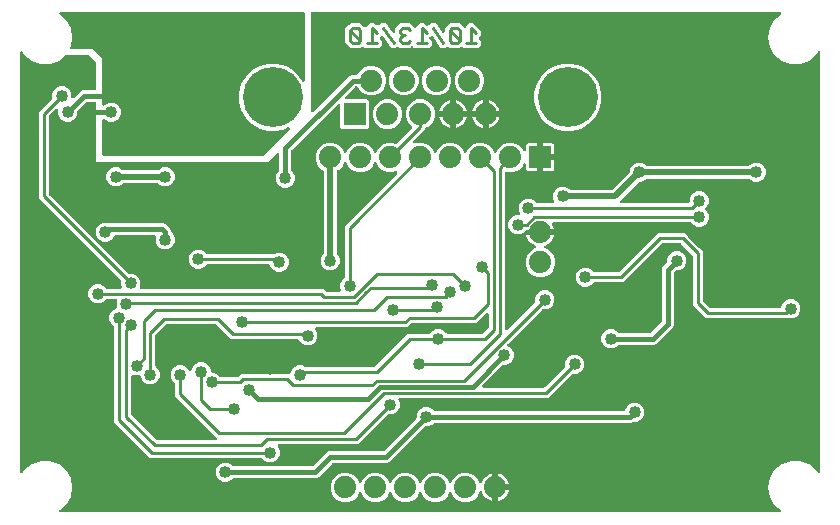
<source format=gbr>
G04 EAGLE Gerber RS-274X export*
G75*
%MOMM*%
%FSLAX34Y34*%
%LPD*%
%INBottom Copper*%
%IPPOS*%
%AMOC8*
5,1,8,0,0,1.08239X$1,22.5*%
G01*
%ADD10C,0.228600*%
%ADD11C,1.879600*%
%ADD12R,1.879600X1.879600*%
%ADD13C,5.080000*%
%ADD14C,0.381000*%
%ADD15C,1.016000*%
%ADD16C,0.254000*%
%ADD17C,0.508000*%

G36*
X647205Y4069D02*
X647205Y4069D01*
X647240Y4067D01*
X647362Y4089D01*
X647485Y4105D01*
X647518Y4118D01*
X647553Y4124D01*
X647665Y4176D01*
X647781Y4222D01*
X647809Y4242D01*
X647841Y4257D01*
X647938Y4336D01*
X648038Y4408D01*
X648061Y4436D01*
X648088Y4458D01*
X648161Y4558D01*
X648241Y4653D01*
X648256Y4685D01*
X648277Y4714D01*
X648323Y4829D01*
X648376Y4941D01*
X648383Y4976D01*
X648396Y5009D01*
X648413Y5132D01*
X648436Y5253D01*
X648434Y5289D01*
X648439Y5324D01*
X648424Y5447D01*
X648416Y5571D01*
X648405Y5605D01*
X648401Y5640D01*
X648356Y5756D01*
X648318Y5873D01*
X648299Y5903D01*
X648287Y5936D01*
X648214Y6037D01*
X648148Y6142D01*
X648122Y6166D01*
X648102Y6195D01*
X647985Y6306D01*
X642815Y10644D01*
X638829Y17549D01*
X637445Y25400D01*
X638829Y33251D01*
X642815Y40155D01*
X648922Y45280D01*
X656414Y48007D01*
X664386Y48007D01*
X671878Y45280D01*
X677985Y40156D01*
X679367Y37762D01*
X679455Y37646D01*
X679540Y37528D01*
X679551Y37519D01*
X679559Y37509D01*
X679673Y37418D01*
X679785Y37325D01*
X679798Y37319D01*
X679808Y37311D01*
X679942Y37251D01*
X680073Y37190D01*
X680086Y37187D01*
X680099Y37182D01*
X680243Y37157D01*
X680386Y37130D01*
X680399Y37131D01*
X680412Y37128D01*
X680558Y37141D01*
X680703Y37150D01*
X680716Y37154D01*
X680729Y37155D01*
X680867Y37203D01*
X681005Y37248D01*
X681017Y37255D01*
X681030Y37259D01*
X681151Y37340D01*
X681274Y37418D01*
X681283Y37428D01*
X681295Y37435D01*
X681392Y37543D01*
X681492Y37649D01*
X681499Y37661D01*
X681508Y37671D01*
X681575Y37801D01*
X681646Y37928D01*
X681649Y37941D01*
X681655Y37953D01*
X681689Y38095D01*
X681725Y38236D01*
X681726Y38254D01*
X681728Y38263D01*
X681728Y38280D01*
X681735Y38397D01*
X681735Y393403D01*
X681717Y393548D01*
X681702Y393693D01*
X681697Y393706D01*
X681695Y393719D01*
X681642Y393854D01*
X681591Y393991D01*
X681583Y394002D01*
X681578Y394015D01*
X681493Y394132D01*
X681410Y394252D01*
X681399Y394261D01*
X681392Y394272D01*
X681280Y394365D01*
X681169Y394460D01*
X681157Y394466D01*
X681147Y394475D01*
X681015Y394537D01*
X680884Y394602D01*
X680871Y394605D01*
X680859Y394610D01*
X680717Y394638D01*
X680573Y394668D01*
X680560Y394668D01*
X680547Y394670D01*
X680402Y394661D01*
X680256Y394655D01*
X680242Y394651D01*
X680229Y394650D01*
X680091Y394606D01*
X679951Y394563D01*
X679939Y394556D01*
X679927Y394552D01*
X679804Y394475D01*
X679679Y394399D01*
X679669Y394389D01*
X679658Y394382D01*
X679558Y394276D01*
X679456Y394172D01*
X679446Y394157D01*
X679440Y394151D01*
X679432Y394136D01*
X679367Y394038D01*
X677985Y391645D01*
X671878Y386520D01*
X664386Y383793D01*
X656414Y383793D01*
X648922Y386520D01*
X642815Y391644D01*
X638829Y398549D01*
X637445Y406400D01*
X638829Y414251D01*
X642815Y421155D01*
X647985Y425494D01*
X648009Y425520D01*
X648038Y425540D01*
X648117Y425636D01*
X648201Y425727D01*
X648218Y425758D01*
X648241Y425785D01*
X648294Y425898D01*
X648353Y426007D01*
X648361Y426041D01*
X648376Y426073D01*
X648399Y426195D01*
X648430Y426315D01*
X648429Y426351D01*
X648436Y426386D01*
X648428Y426509D01*
X648427Y426633D01*
X648418Y426668D01*
X648416Y426703D01*
X648378Y426821D01*
X648346Y426941D01*
X648329Y426972D01*
X648318Y427005D01*
X648252Y427110D01*
X648191Y427219D01*
X648167Y427244D01*
X648148Y427274D01*
X648058Y427359D01*
X647972Y427449D01*
X647942Y427468D01*
X647916Y427492D01*
X647808Y427552D01*
X647703Y427618D01*
X647669Y427629D01*
X647638Y427646D01*
X647518Y427677D01*
X647400Y427714D01*
X647364Y427716D01*
X647330Y427725D01*
X647169Y427735D01*
X251460Y427735D01*
X251342Y427720D01*
X251223Y427713D01*
X251185Y427700D01*
X251144Y427695D01*
X251034Y427652D01*
X250921Y427615D01*
X250886Y427593D01*
X250849Y427578D01*
X250753Y427509D01*
X250652Y427445D01*
X250624Y427415D01*
X250591Y427392D01*
X250516Y427300D01*
X250434Y427213D01*
X250414Y427178D01*
X250389Y427147D01*
X250338Y427039D01*
X250280Y426935D01*
X250270Y426895D01*
X250253Y426859D01*
X250231Y426742D01*
X250201Y426627D01*
X250197Y426567D01*
X250193Y426547D01*
X250195Y426526D01*
X250191Y426466D01*
X250191Y344081D01*
X250208Y343943D01*
X250221Y343804D01*
X250228Y343785D01*
X250231Y343765D01*
X250282Y343636D01*
X250329Y343505D01*
X250340Y343488D01*
X250348Y343469D01*
X250429Y343357D01*
X250507Y343242D01*
X250523Y343228D01*
X250534Y343212D01*
X250642Y343123D01*
X250746Y343031D01*
X250764Y343022D01*
X250779Y343009D01*
X250905Y342950D01*
X251029Y342887D01*
X251049Y342882D01*
X251067Y342874D01*
X251203Y342848D01*
X251339Y342817D01*
X251360Y342818D01*
X251380Y342814D01*
X251518Y342823D01*
X251657Y342827D01*
X251677Y342832D01*
X251697Y342834D01*
X251829Y342877D01*
X251963Y342915D01*
X251980Y342925D01*
X251999Y342932D01*
X252117Y343006D01*
X252237Y343077D01*
X252258Y343095D01*
X252268Y343102D01*
X252282Y343117D01*
X252358Y343183D01*
X283174Y374000D01*
X284995Y374754D01*
X289132Y374754D01*
X289161Y374757D01*
X289190Y374755D01*
X289318Y374777D01*
X289447Y374794D01*
X289475Y374804D01*
X289504Y374809D01*
X289622Y374863D01*
X289743Y374911D01*
X289767Y374928D01*
X289794Y374940D01*
X289895Y375021D01*
X290000Y375097D01*
X290019Y375120D01*
X290042Y375139D01*
X290120Y375242D01*
X290203Y375342D01*
X290216Y375369D01*
X290233Y375393D01*
X290304Y375537D01*
X290848Y376850D01*
X294350Y380352D01*
X298924Y382247D01*
X303876Y382247D01*
X308450Y380352D01*
X311952Y376850D01*
X313847Y372276D01*
X313847Y367324D01*
X311952Y362750D01*
X308450Y359248D01*
X303876Y357353D01*
X298924Y357353D01*
X294350Y359248D01*
X290848Y362750D01*
X290304Y364063D01*
X290290Y364088D01*
X290280Y364116D01*
X290211Y364226D01*
X290147Y364339D01*
X290126Y364360D01*
X290110Y364385D01*
X290016Y364474D01*
X289925Y364567D01*
X289900Y364583D01*
X289879Y364603D01*
X289765Y364666D01*
X289654Y364734D01*
X289626Y364742D01*
X289600Y364757D01*
X289474Y364789D01*
X289350Y364827D01*
X289321Y364829D01*
X289292Y364836D01*
X289132Y364846D01*
X288558Y364846D01*
X288459Y364834D01*
X288360Y364831D01*
X288302Y364814D01*
X288242Y364806D01*
X288150Y364770D01*
X288055Y364742D01*
X288003Y364712D01*
X287946Y364689D01*
X287866Y364631D01*
X287781Y364581D01*
X287706Y364515D01*
X287689Y364503D01*
X287681Y364493D01*
X287660Y364475D01*
X279199Y356013D01*
X279114Y355904D01*
X279025Y355797D01*
X279017Y355778D01*
X279004Y355762D01*
X278949Y355634D01*
X278890Y355509D01*
X278886Y355489D01*
X278878Y355470D01*
X278856Y355332D01*
X278830Y355196D01*
X278831Y355176D01*
X278828Y355156D01*
X278841Y355017D01*
X278850Y354879D01*
X278856Y354860D01*
X278858Y354840D01*
X278905Y354708D01*
X278948Y354577D01*
X278959Y354559D01*
X278965Y354540D01*
X279043Y354425D01*
X279118Y354308D01*
X279133Y354294D01*
X279144Y354277D01*
X279248Y354185D01*
X279349Y354090D01*
X279367Y354080D01*
X279382Y354067D01*
X279507Y354003D01*
X279628Y353936D01*
X279648Y353931D01*
X279666Y353922D01*
X279801Y353892D01*
X279936Y353857D01*
X279964Y353855D01*
X279976Y353852D01*
X279996Y353853D01*
X280097Y353847D01*
X298161Y353847D01*
X299947Y352061D01*
X299947Y330739D01*
X298161Y328953D01*
X276839Y328953D01*
X275053Y330739D01*
X275053Y348803D01*
X275036Y348941D01*
X275023Y349080D01*
X275016Y349099D01*
X275013Y349119D01*
X274962Y349248D01*
X274915Y349379D01*
X274904Y349396D01*
X274896Y349415D01*
X274815Y349527D01*
X274737Y349642D01*
X274721Y349656D01*
X274710Y349672D01*
X274602Y349761D01*
X274498Y349853D01*
X274480Y349862D01*
X274465Y349875D01*
X274339Y349934D01*
X274215Y349997D01*
X274195Y350002D01*
X274177Y350010D01*
X274041Y350036D01*
X273905Y350067D01*
X273884Y350066D01*
X273865Y350070D01*
X273726Y350061D01*
X273587Y350057D01*
X273567Y350052D01*
X273547Y350050D01*
X273415Y350008D01*
X273281Y349969D01*
X273264Y349959D01*
X273245Y349952D01*
X273127Y349878D01*
X273007Y349807D01*
X272986Y349789D01*
X272976Y349782D01*
X272962Y349767D01*
X272887Y349701D01*
X233925Y310740D01*
X233865Y310662D01*
X233797Y310589D01*
X233768Y310536D01*
X233731Y310489D01*
X233691Y310398D01*
X233643Y310311D01*
X233628Y310252D01*
X233604Y310197D01*
X233589Y310099D01*
X233564Y310003D01*
X233558Y309903D01*
X233554Y309883D01*
X233556Y309870D01*
X233554Y309842D01*
X233554Y294088D01*
X233566Y293990D01*
X233569Y293891D01*
X233586Y293832D01*
X233594Y293772D01*
X233630Y293680D01*
X233658Y293585D01*
X233688Y293533D01*
X233711Y293477D01*
X233769Y293397D01*
X233819Y293311D01*
X233885Y293236D01*
X233897Y293219D01*
X233907Y293211D01*
X233925Y293190D01*
X235491Y291625D01*
X236729Y288637D01*
X236729Y285403D01*
X235491Y282415D01*
X233205Y280129D01*
X230217Y278891D01*
X226983Y278891D01*
X223995Y280129D01*
X221709Y282415D01*
X220471Y285403D01*
X220471Y288637D01*
X221709Y291625D01*
X223275Y293190D01*
X223335Y293269D01*
X223403Y293341D01*
X223432Y293394D01*
X223469Y293442D01*
X223509Y293533D01*
X223557Y293619D01*
X223572Y293678D01*
X223596Y293733D01*
X223611Y293831D01*
X223636Y293927D01*
X223642Y294027D01*
X223646Y294048D01*
X223644Y294060D01*
X223646Y294088D01*
X223646Y307467D01*
X223629Y307605D01*
X223616Y307743D01*
X223609Y307762D01*
X223606Y307783D01*
X223555Y307912D01*
X223508Y308043D01*
X223497Y308059D01*
X223489Y308078D01*
X223408Y308191D01*
X223330Y308306D01*
X223314Y308319D01*
X223303Y308336D01*
X223195Y308424D01*
X223091Y308516D01*
X223073Y308525D01*
X223058Y308538D01*
X222932Y308598D01*
X222808Y308661D01*
X222788Y308665D01*
X222770Y308674D01*
X222634Y308700D01*
X222498Y308731D01*
X222477Y308730D01*
X222458Y308734D01*
X222319Y308725D01*
X222180Y308721D01*
X222160Y308715D01*
X222140Y308714D01*
X222008Y308671D01*
X221874Y308632D01*
X221857Y308622D01*
X221838Y308616D01*
X221720Y308542D01*
X221600Y308471D01*
X221579Y308452D01*
X221569Y308446D01*
X221555Y308431D01*
X221480Y308365D01*
X214104Y300989D01*
X68579Y300989D01*
X68579Y350647D01*
X68564Y350765D01*
X68557Y350884D01*
X68544Y350922D01*
X68539Y350963D01*
X68496Y351073D01*
X68459Y351186D01*
X68437Y351221D01*
X68422Y351258D01*
X68353Y351354D01*
X68289Y351455D01*
X68259Y351483D01*
X68236Y351516D01*
X68144Y351592D01*
X68057Y351673D01*
X68022Y351693D01*
X67991Y351718D01*
X67883Y351769D01*
X67779Y351827D01*
X67739Y351837D01*
X67703Y351854D01*
X67586Y351876D01*
X67471Y351906D01*
X67411Y351910D01*
X67391Y351914D01*
X67370Y351912D01*
X67310Y351916D01*
X60998Y351916D01*
X60899Y351904D01*
X60800Y351901D01*
X60742Y351884D01*
X60682Y351876D01*
X60590Y351840D01*
X60495Y351812D01*
X60443Y351782D01*
X60386Y351759D01*
X60306Y351701D01*
X60221Y351651D01*
X60146Y351585D01*
X60129Y351573D01*
X60121Y351563D01*
X60100Y351545D01*
X52950Y344395D01*
X52890Y344317D01*
X52822Y344244D01*
X52793Y344191D01*
X52756Y344144D01*
X52716Y344053D01*
X52668Y343966D01*
X52653Y343907D01*
X52629Y343852D01*
X52614Y343754D01*
X52589Y343658D01*
X52583Y343558D01*
X52579Y343538D01*
X52581Y343525D01*
X52579Y343497D01*
X52579Y341283D01*
X51341Y338295D01*
X49055Y336009D01*
X46067Y334771D01*
X42833Y334771D01*
X39845Y336009D01*
X37559Y338295D01*
X36321Y341283D01*
X36321Y344649D01*
X36304Y344787D01*
X36291Y344926D01*
X36284Y344945D01*
X36281Y344965D01*
X36231Y345094D01*
X36183Y345225D01*
X36172Y345242D01*
X36164Y345261D01*
X36083Y345373D01*
X36005Y345488D01*
X35989Y345502D01*
X35978Y345518D01*
X35870Y345607D01*
X35766Y345699D01*
X35748Y345708D01*
X35733Y345721D01*
X35607Y345780D01*
X35483Y345843D01*
X35463Y345848D01*
X35445Y345856D01*
X35309Y345882D01*
X35173Y345913D01*
X35152Y345912D01*
X35133Y345916D01*
X34994Y345907D01*
X34855Y345903D01*
X34835Y345898D01*
X34815Y345896D01*
X34683Y345854D01*
X34549Y345815D01*
X34532Y345805D01*
X34513Y345798D01*
X34395Y345724D01*
X34275Y345653D01*
X34254Y345635D01*
X34244Y345628D01*
X34230Y345613D01*
X34155Y345547D01*
X28820Y340213D01*
X28760Y340135D01*
X28692Y340062D01*
X28663Y340009D01*
X28626Y339962D01*
X28586Y339871D01*
X28538Y339784D01*
X28523Y339725D01*
X28499Y339670D01*
X28484Y339572D01*
X28459Y339476D01*
X28453Y339376D01*
X28449Y339356D01*
X28451Y339343D01*
X28449Y339315D01*
X28449Y274095D01*
X28461Y273996D01*
X28464Y273897D01*
X28481Y273839D01*
X28489Y273779D01*
X28525Y273687D01*
X28553Y273592D01*
X28583Y273540D01*
X28606Y273483D01*
X28664Y273403D01*
X28714Y273318D01*
X28780Y273243D01*
X28792Y273226D01*
X28802Y273218D01*
X28820Y273197D01*
X95397Y206620D01*
X95475Y206560D01*
X95548Y206492D01*
X95601Y206463D01*
X95648Y206426D01*
X95739Y206386D01*
X95826Y206338D01*
X95885Y206323D01*
X95940Y206299D01*
X96038Y206284D01*
X96134Y206259D01*
X96234Y206253D01*
X96254Y206249D01*
X96267Y206251D01*
X96295Y206249D01*
X99407Y206249D01*
X102395Y205011D01*
X104681Y202725D01*
X105919Y199737D01*
X105919Y196503D01*
X105422Y195304D01*
X105409Y195256D01*
X105388Y195211D01*
X105367Y195103D01*
X105338Y194997D01*
X105337Y194947D01*
X105328Y194898D01*
X105335Y194789D01*
X105333Y194679D01*
X105345Y194631D01*
X105348Y194581D01*
X105381Y194477D01*
X105407Y194370D01*
X105430Y194326D01*
X105446Y194279D01*
X105504Y194186D01*
X105556Y194089D01*
X105589Y194052D01*
X105616Y194010D01*
X105696Y193935D01*
X105770Y193853D01*
X105811Y193826D01*
X105847Y193792D01*
X105944Y193739D01*
X106035Y193679D01*
X106082Y193662D01*
X106126Y193638D01*
X106232Y193611D01*
X106336Y193575D01*
X106386Y193571D01*
X106434Y193559D01*
X106595Y193549D01*
X260869Y193549D01*
X263037Y191380D01*
X263115Y191320D01*
X263188Y191252D01*
X263241Y191223D01*
X263288Y191186D01*
X263379Y191146D01*
X263466Y191098D01*
X263525Y191083D01*
X263580Y191059D01*
X263678Y191044D01*
X263774Y191019D01*
X263874Y191013D01*
X263894Y191009D01*
X263907Y191011D01*
X263935Y191009D01*
X274405Y191009D01*
X274455Y191015D01*
X274504Y191013D01*
X274612Y191035D01*
X274721Y191049D01*
X274767Y191067D01*
X274816Y191077D01*
X274914Y191125D01*
X275017Y191166D01*
X275057Y191195D01*
X275102Y191217D01*
X275185Y191288D01*
X275274Y191352D01*
X275306Y191391D01*
X275344Y191423D01*
X275407Y191513D01*
X275477Y191597D01*
X275498Y191642D01*
X275527Y191683D01*
X275566Y191786D01*
X275612Y191885D01*
X275622Y191934D01*
X275639Y191980D01*
X275652Y192090D01*
X275672Y192197D01*
X275669Y192247D01*
X275675Y192296D01*
X275659Y192405D01*
X275652Y192515D01*
X275637Y192562D01*
X275630Y192611D01*
X275578Y192764D01*
X275081Y193963D01*
X275081Y197197D01*
X276319Y200185D01*
X278520Y202385D01*
X278580Y202464D01*
X278648Y202536D01*
X278677Y202589D01*
X278714Y202637D01*
X278754Y202728D01*
X278802Y202814D01*
X278817Y202873D01*
X278841Y202928D01*
X278856Y203026D01*
X278881Y203122D01*
X278887Y203222D01*
X278891Y203243D01*
X278889Y203255D01*
X278891Y203283D01*
X278891Y246899D01*
X322924Y290931D01*
X322966Y290986D01*
X323017Y291035D01*
X323063Y291111D01*
X323119Y291182D01*
X323146Y291247D01*
X323183Y291306D01*
X323209Y291392D01*
X323245Y291474D01*
X323256Y291543D01*
X323276Y291610D01*
X323281Y291699D01*
X323295Y291788D01*
X323288Y291858D01*
X323291Y291928D01*
X323273Y292015D01*
X323265Y292105D01*
X323241Y292171D01*
X323227Y292239D01*
X323188Y292320D01*
X323157Y292404D01*
X323118Y292462D01*
X323087Y292525D01*
X323029Y292593D01*
X322979Y292667D01*
X322926Y292714D01*
X322881Y292767D01*
X322808Y292818D01*
X322740Y292878D01*
X322678Y292910D01*
X322621Y292950D01*
X322537Y292982D01*
X322457Y293023D01*
X322389Y293038D01*
X322324Y293063D01*
X322234Y293073D01*
X322147Y293092D01*
X322077Y293090D01*
X322008Y293098D01*
X321919Y293085D01*
X321829Y293083D01*
X321762Y293063D01*
X321693Y293053D01*
X321540Y293001D01*
X319976Y292353D01*
X315024Y292353D01*
X310450Y294248D01*
X306948Y297749D01*
X305973Y300105D01*
X305904Y300226D01*
X305839Y300348D01*
X305825Y300363D01*
X305815Y300381D01*
X305719Y300481D01*
X305625Y300584D01*
X305608Y300595D01*
X305594Y300609D01*
X305476Y300682D01*
X305359Y300758D01*
X305340Y300765D01*
X305323Y300776D01*
X305190Y300816D01*
X305058Y300862D01*
X305038Y300863D01*
X305019Y300869D01*
X304880Y300876D01*
X304741Y300887D01*
X304721Y300883D01*
X304701Y300884D01*
X304565Y300856D01*
X304428Y300832D01*
X304409Y300824D01*
X304390Y300820D01*
X304265Y300759D01*
X304138Y300702D01*
X304122Y300689D01*
X304104Y300680D01*
X303998Y300590D01*
X303890Y300503D01*
X303877Y300487D01*
X303862Y300474D01*
X303782Y300360D01*
X303698Y300249D01*
X303686Y300224D01*
X303679Y300214D01*
X303672Y300195D01*
X303627Y300105D01*
X302652Y297750D01*
X299150Y294248D01*
X294576Y292353D01*
X289624Y292353D01*
X285050Y294248D01*
X281548Y297749D01*
X280573Y300105D01*
X280504Y300226D01*
X280439Y300348D01*
X280425Y300363D01*
X280415Y300381D01*
X280319Y300481D01*
X280225Y300584D01*
X280208Y300595D01*
X280194Y300609D01*
X280076Y300682D01*
X279959Y300758D01*
X279940Y300765D01*
X279923Y300776D01*
X279790Y300816D01*
X279658Y300862D01*
X279638Y300863D01*
X279619Y300869D01*
X279480Y300876D01*
X279341Y300887D01*
X279321Y300883D01*
X279301Y300884D01*
X279165Y300856D01*
X279028Y300832D01*
X279009Y300824D01*
X278990Y300820D01*
X278865Y300759D01*
X278738Y300702D01*
X278722Y300689D01*
X278704Y300680D01*
X278598Y300590D01*
X278490Y300503D01*
X278477Y300487D01*
X278462Y300474D01*
X278382Y300360D01*
X278298Y300249D01*
X278286Y300224D01*
X278279Y300214D01*
X278272Y300195D01*
X278227Y300105D01*
X277252Y297750D01*
X273751Y294248D01*
X273072Y293967D01*
X273047Y293953D01*
X273019Y293944D01*
X272909Y293874D01*
X272796Y293810D01*
X272775Y293789D01*
X272750Y293773D01*
X272661Y293679D01*
X272568Y293588D01*
X272552Y293563D01*
X272532Y293542D01*
X272469Y293428D01*
X272401Y293317D01*
X272393Y293289D01*
X272378Y293263D01*
X272346Y293138D01*
X272308Y293013D01*
X272306Y292984D01*
X272299Y292955D01*
X272289Y292795D01*
X272289Y223603D01*
X272301Y223505D01*
X272304Y223406D01*
X272321Y223347D01*
X272329Y223287D01*
X272365Y223195D01*
X272393Y223100D01*
X272423Y223048D01*
X272446Y222992D01*
X272504Y222912D01*
X272554Y222826D01*
X272620Y222751D01*
X272632Y222734D01*
X272642Y222726D01*
X272660Y222705D01*
X273591Y221775D01*
X274829Y218787D01*
X274829Y215553D01*
X273591Y212565D01*
X271305Y210279D01*
X268317Y209041D01*
X265083Y209041D01*
X262095Y210279D01*
X259809Y212565D01*
X258571Y215553D01*
X258571Y218787D01*
X259809Y221775D01*
X260740Y222705D01*
X260800Y222784D01*
X260868Y222856D01*
X260897Y222909D01*
X260934Y222957D01*
X260974Y223048D01*
X261022Y223134D01*
X261037Y223193D01*
X261061Y223248D01*
X261076Y223346D01*
X261101Y223442D01*
X261107Y223542D01*
X261111Y223563D01*
X261109Y223575D01*
X261111Y223603D01*
X261111Y292795D01*
X261108Y292824D01*
X261110Y292853D01*
X261088Y292981D01*
X261071Y293110D01*
X261061Y293138D01*
X261056Y293167D01*
X261002Y293285D01*
X260954Y293406D01*
X260937Y293430D01*
X260925Y293457D01*
X260844Y293558D01*
X260768Y293663D01*
X260745Y293682D01*
X260726Y293705D01*
X260623Y293783D01*
X260523Y293866D01*
X260496Y293879D01*
X260472Y293896D01*
X260328Y293967D01*
X259649Y294248D01*
X256148Y297750D01*
X254253Y302324D01*
X254253Y307276D01*
X256148Y311850D01*
X259650Y315352D01*
X264224Y317247D01*
X269176Y317247D01*
X273750Y315352D01*
X277252Y311850D01*
X278227Y309495D01*
X278296Y309375D01*
X278361Y309252D01*
X278375Y309237D01*
X278385Y309219D01*
X278482Y309119D01*
X278575Y309016D01*
X278592Y309005D01*
X278606Y308991D01*
X278725Y308918D01*
X278841Y308842D01*
X278860Y308835D01*
X278877Y308824D01*
X279010Y308783D01*
X279142Y308738D01*
X279162Y308737D01*
X279181Y308731D01*
X279320Y308724D01*
X279459Y308713D01*
X279479Y308717D01*
X279499Y308716D01*
X279635Y308744D01*
X279772Y308768D01*
X279791Y308776D01*
X279810Y308780D01*
X279936Y308841D01*
X280062Y308898D01*
X280078Y308911D01*
X280096Y308920D01*
X280202Y309010D01*
X280310Y309097D01*
X280323Y309113D01*
X280338Y309126D01*
X280418Y309240D01*
X280502Y309351D01*
X280514Y309376D01*
X280521Y309386D01*
X280528Y309405D01*
X280573Y309495D01*
X281548Y311851D01*
X285050Y315352D01*
X289624Y317247D01*
X294576Y317247D01*
X299150Y315352D01*
X302652Y311850D01*
X303627Y309495D01*
X303696Y309375D01*
X303761Y309252D01*
X303775Y309237D01*
X303785Y309219D01*
X303882Y309119D01*
X303975Y309016D01*
X303992Y309005D01*
X304006Y308991D01*
X304125Y308918D01*
X304241Y308842D01*
X304260Y308835D01*
X304277Y308824D01*
X304410Y308783D01*
X304542Y308738D01*
X304562Y308737D01*
X304581Y308731D01*
X304720Y308724D01*
X304859Y308713D01*
X304879Y308717D01*
X304899Y308716D01*
X305035Y308744D01*
X305172Y308768D01*
X305191Y308776D01*
X305210Y308780D01*
X305336Y308841D01*
X305462Y308898D01*
X305478Y308911D01*
X305496Y308920D01*
X305602Y309010D01*
X305710Y309097D01*
X305723Y309113D01*
X305738Y309126D01*
X305818Y309240D01*
X305902Y309351D01*
X305914Y309376D01*
X305921Y309386D01*
X305928Y309405D01*
X305973Y309495D01*
X306948Y311851D01*
X310450Y315352D01*
X315024Y317247D01*
X319976Y317247D01*
X321924Y316440D01*
X321953Y316432D01*
X321979Y316419D01*
X322105Y316390D01*
X322231Y316356D01*
X322260Y316355D01*
X322289Y316349D01*
X322419Y316353D01*
X322549Y316351D01*
X322577Y316358D01*
X322607Y316359D01*
X322732Y316395D01*
X322858Y316425D01*
X322884Y316439D01*
X322912Y316447D01*
X323024Y316513D01*
X323139Y316574D01*
X323161Y316593D01*
X323186Y316608D01*
X323307Y316715D01*
X335748Y329155D01*
X335821Y329249D01*
X335899Y329338D01*
X335918Y329374D01*
X335942Y329406D01*
X335990Y329516D01*
X336044Y329622D01*
X336053Y329661D01*
X336069Y329698D01*
X336088Y329816D01*
X336114Y329932D01*
X336112Y329972D01*
X336119Y330012D01*
X336108Y330131D01*
X336104Y330250D01*
X336093Y330289D01*
X336089Y330329D01*
X336049Y330441D01*
X336015Y330555D01*
X335995Y330590D01*
X335981Y330628D01*
X335914Y330727D01*
X335854Y330829D01*
X335814Y330874D01*
X335803Y330891D01*
X335787Y330905D01*
X335748Y330950D01*
X332348Y334350D01*
X330453Y338924D01*
X330453Y343876D01*
X332348Y348450D01*
X335850Y351952D01*
X340424Y353847D01*
X345376Y353847D01*
X349950Y351952D01*
X353452Y348450D01*
X355347Y343876D01*
X355347Y338924D01*
X353452Y334350D01*
X349950Y330848D01*
X348002Y330041D01*
X347977Y330027D01*
X347949Y330017D01*
X347839Y329948D01*
X347726Y329884D01*
X347705Y329863D01*
X347680Y329847D01*
X347591Y329753D01*
X347498Y329662D01*
X347482Y329637D01*
X347462Y329616D01*
X347399Y329502D01*
X347331Y329391D01*
X347323Y329363D01*
X347308Y329337D01*
X347276Y329211D01*
X347238Y329087D01*
X347236Y329058D01*
X347229Y329029D01*
X347219Y328869D01*
X347219Y328411D01*
X337476Y318669D01*
X337434Y318614D01*
X337383Y318565D01*
X337337Y318489D01*
X337281Y318418D01*
X337254Y318353D01*
X337217Y318294D01*
X337191Y318208D01*
X337155Y318126D01*
X337144Y318057D01*
X337124Y317990D01*
X337119Y317901D01*
X337105Y317812D01*
X337112Y317742D01*
X337109Y317672D01*
X337127Y317585D01*
X337135Y317495D01*
X337159Y317429D01*
X337173Y317361D01*
X337212Y317280D01*
X337243Y317196D01*
X337282Y317138D01*
X337313Y317075D01*
X337371Y317007D01*
X337421Y316933D01*
X337474Y316886D01*
X337519Y316833D01*
X337592Y316782D01*
X337660Y316722D01*
X337722Y316690D01*
X337779Y316650D01*
X337863Y316618D01*
X337943Y316577D01*
X338011Y316562D01*
X338076Y316537D01*
X338166Y316527D01*
X338253Y316508D01*
X338323Y316510D01*
X338392Y316502D01*
X338481Y316515D01*
X338571Y316517D01*
X338638Y316537D01*
X338707Y316547D01*
X338860Y316599D01*
X340424Y317247D01*
X345376Y317247D01*
X349950Y315352D01*
X353452Y311850D01*
X354427Y309495D01*
X354496Y309375D01*
X354561Y309252D01*
X354575Y309237D01*
X354585Y309219D01*
X354682Y309119D01*
X354775Y309016D01*
X354792Y309005D01*
X354806Y308991D01*
X354925Y308918D01*
X355041Y308842D01*
X355060Y308835D01*
X355077Y308824D01*
X355210Y308783D01*
X355342Y308738D01*
X355362Y308737D01*
X355381Y308731D01*
X355520Y308724D01*
X355659Y308713D01*
X355679Y308717D01*
X355699Y308716D01*
X355835Y308744D01*
X355972Y308768D01*
X355991Y308776D01*
X356010Y308780D01*
X356136Y308841D01*
X356262Y308898D01*
X356278Y308911D01*
X356296Y308920D01*
X356402Y309010D01*
X356510Y309097D01*
X356523Y309113D01*
X356538Y309126D01*
X356618Y309240D01*
X356702Y309351D01*
X356714Y309376D01*
X356721Y309386D01*
X356728Y309405D01*
X356773Y309495D01*
X357748Y311851D01*
X361250Y315352D01*
X365824Y317247D01*
X370776Y317247D01*
X375350Y315352D01*
X378852Y311850D01*
X379827Y309495D01*
X379896Y309375D01*
X379961Y309252D01*
X379975Y309237D01*
X379985Y309219D01*
X380082Y309119D01*
X380175Y309016D01*
X380192Y309005D01*
X380206Y308991D01*
X380325Y308918D01*
X380441Y308842D01*
X380460Y308835D01*
X380477Y308824D01*
X380610Y308783D01*
X380742Y308738D01*
X380762Y308737D01*
X380781Y308731D01*
X380920Y308724D01*
X381059Y308713D01*
X381079Y308717D01*
X381099Y308716D01*
X381235Y308744D01*
X381372Y308768D01*
X381391Y308776D01*
X381410Y308780D01*
X381536Y308841D01*
X381662Y308898D01*
X381678Y308911D01*
X381696Y308920D01*
X381802Y309010D01*
X381910Y309097D01*
X381923Y309113D01*
X381938Y309126D01*
X382018Y309240D01*
X382102Y309351D01*
X382114Y309376D01*
X382121Y309386D01*
X382128Y309405D01*
X382173Y309495D01*
X383148Y311851D01*
X386650Y315352D01*
X391224Y317247D01*
X396176Y317247D01*
X400750Y315352D01*
X404252Y311850D01*
X405227Y309495D01*
X405296Y309375D01*
X405361Y309252D01*
X405375Y309237D01*
X405385Y309219D01*
X405482Y309119D01*
X405575Y309016D01*
X405592Y309005D01*
X405606Y308991D01*
X405725Y308918D01*
X405841Y308842D01*
X405860Y308835D01*
X405877Y308824D01*
X406010Y308783D01*
X406142Y308738D01*
X406162Y308737D01*
X406181Y308731D01*
X406320Y308724D01*
X406459Y308713D01*
X406479Y308717D01*
X406499Y308716D01*
X406635Y308744D01*
X406772Y308768D01*
X406791Y308776D01*
X406810Y308780D01*
X406936Y308841D01*
X407062Y308898D01*
X407078Y308911D01*
X407096Y308920D01*
X407202Y309010D01*
X407310Y309097D01*
X407323Y309113D01*
X407338Y309126D01*
X407418Y309240D01*
X407502Y309351D01*
X407514Y309376D01*
X407521Y309386D01*
X407528Y309405D01*
X407573Y309495D01*
X408548Y311851D01*
X412050Y315352D01*
X416624Y317247D01*
X421576Y317247D01*
X426150Y315352D01*
X429652Y311851D01*
X430119Y310722D01*
X430131Y310702D01*
X430137Y310684D01*
X430159Y310648D01*
X430180Y310596D01*
X430232Y310524D01*
X430277Y310445D01*
X430325Y310395D01*
X430366Y310339D01*
X430436Y310282D01*
X430498Y310217D01*
X430558Y310181D01*
X430611Y310136D01*
X430693Y310098D01*
X430769Y310051D01*
X430836Y310030D01*
X430899Y310001D01*
X430987Y309984D01*
X431073Y309957D01*
X431143Y309954D01*
X431212Y309941D01*
X431301Y309946D01*
X431391Y309942D01*
X431459Y309956D01*
X431529Y309960D01*
X431614Y309988D01*
X431702Y310006D01*
X431765Y310037D01*
X431831Y310059D01*
X431907Y310107D01*
X431988Y310146D01*
X432041Y310191D01*
X432100Y310229D01*
X432162Y310294D01*
X432230Y310352D01*
X432270Y310409D01*
X432318Y310460D01*
X432361Y310539D01*
X432413Y310612D01*
X432438Y310678D01*
X432472Y310739D01*
X432491Y310813D01*
X432499Y310830D01*
X432502Y310847D01*
X432526Y310910D01*
X432534Y310979D01*
X432551Y311047D01*
X432556Y311131D01*
X432559Y311143D01*
X432558Y311155D01*
X432561Y311207D01*
X432561Y314532D01*
X432734Y315179D01*
X433069Y315758D01*
X433542Y316231D01*
X434121Y316566D01*
X434768Y316739D01*
X441961Y316739D01*
X441961Y306070D01*
X441976Y305952D01*
X441983Y305833D01*
X441996Y305795D01*
X442001Y305755D01*
X442044Y305644D01*
X442081Y305531D01*
X442103Y305497D01*
X442118Y305459D01*
X442188Y305363D01*
X442251Y305262D01*
X442281Y305234D01*
X442304Y305202D01*
X442396Y305126D01*
X442483Y305044D01*
X442518Y305025D01*
X442549Y304999D01*
X442657Y304948D01*
X442761Y304891D01*
X442801Y304880D01*
X442837Y304863D01*
X442954Y304841D01*
X443069Y304811D01*
X443130Y304807D01*
X443150Y304803D01*
X443170Y304805D01*
X443230Y304801D01*
X444501Y304801D01*
X444501Y304799D01*
X443230Y304799D01*
X443112Y304784D01*
X442993Y304777D01*
X442955Y304764D01*
X442914Y304759D01*
X442804Y304715D01*
X442691Y304679D01*
X442656Y304657D01*
X442619Y304642D01*
X442523Y304572D01*
X442422Y304509D01*
X442394Y304479D01*
X442361Y304455D01*
X442286Y304364D01*
X442204Y304277D01*
X442184Y304242D01*
X442159Y304210D01*
X442108Y304103D01*
X442050Y303998D01*
X442040Y303959D01*
X442023Y303923D01*
X442001Y303806D01*
X441971Y303691D01*
X441967Y303630D01*
X441963Y303610D01*
X441965Y303590D01*
X441961Y303530D01*
X441961Y292861D01*
X434768Y292861D01*
X434121Y293034D01*
X433542Y293369D01*
X433069Y293842D01*
X432734Y294421D01*
X432561Y295067D01*
X432561Y298393D01*
X432553Y298462D01*
X432554Y298532D01*
X432533Y298619D01*
X432521Y298708D01*
X432496Y298773D01*
X432479Y298841D01*
X432437Y298920D01*
X432404Y299004D01*
X432363Y299060D01*
X432331Y299122D01*
X432270Y299188D01*
X432218Y299261D01*
X432164Y299306D01*
X432117Y299357D01*
X432042Y299407D01*
X431973Y299464D01*
X431909Y299494D01*
X431851Y299532D01*
X431766Y299561D01*
X431685Y299600D01*
X431616Y299613D01*
X431550Y299635D01*
X431461Y299642D01*
X431373Y299659D01*
X431303Y299655D01*
X431233Y299660D01*
X431145Y299645D01*
X431055Y299640D01*
X430989Y299618D01*
X430920Y299606D01*
X430838Y299569D01*
X430753Y299542D01*
X430694Y299504D01*
X430630Y299476D01*
X430560Y299419D01*
X430484Y299371D01*
X430436Y299320D01*
X430382Y299277D01*
X430328Y299205D01*
X430266Y299140D01*
X430232Y299079D01*
X430190Y299023D01*
X430119Y298878D01*
X429652Y297749D01*
X426150Y294248D01*
X421576Y292353D01*
X416624Y292353D01*
X416284Y292494D01*
X416236Y292507D01*
X416191Y292529D01*
X416083Y292549D01*
X415977Y292578D01*
X415927Y292579D01*
X415878Y292588D01*
X415769Y292582D01*
X415659Y292583D01*
X415611Y292572D01*
X415561Y292569D01*
X415457Y292535D01*
X415350Y292509D01*
X415306Y292486D01*
X415259Y292471D01*
X415166Y292412D01*
X415069Y292360D01*
X415032Y292327D01*
X414990Y292300D01*
X414915Y292220D01*
X414833Y292147D01*
X414806Y292105D01*
X414772Y292069D01*
X414719Y291973D01*
X414659Y291881D01*
X414642Y291834D01*
X414618Y291790D01*
X414591Y291684D01*
X414555Y291580D01*
X414551Y291530D01*
X414539Y291482D01*
X414529Y291322D01*
X414529Y159541D01*
X414546Y159403D01*
X414559Y159264D01*
X414566Y159245D01*
X414569Y159225D01*
X414620Y159096D01*
X414667Y158965D01*
X414678Y158948D01*
X414686Y158929D01*
X414767Y158817D01*
X414845Y158702D01*
X414861Y158688D01*
X414872Y158672D01*
X414980Y158583D01*
X415084Y158491D01*
X415102Y158482D01*
X415117Y158469D01*
X415243Y158410D01*
X415367Y158347D01*
X415387Y158342D01*
X415405Y158334D01*
X415541Y158308D01*
X415677Y158277D01*
X415698Y158278D01*
X415717Y158274D01*
X415856Y158283D01*
X415995Y158287D01*
X416015Y158292D01*
X416035Y158294D01*
X416167Y158336D01*
X416301Y158375D01*
X416318Y158385D01*
X416337Y158392D01*
X416455Y158466D01*
X416575Y158537D01*
X416596Y158555D01*
X416606Y158562D01*
X416620Y158577D01*
X416695Y158643D01*
X439810Y181757D01*
X439870Y181835D01*
X439938Y181908D01*
X439967Y181961D01*
X440004Y182008D01*
X440044Y182099D01*
X440092Y182186D01*
X440107Y182245D01*
X440131Y182300D01*
X440146Y182398D01*
X440171Y182494D01*
X440177Y182594D01*
X440181Y182614D01*
X440179Y182627D01*
X440181Y182655D01*
X440181Y185767D01*
X441419Y188755D01*
X443705Y191041D01*
X446693Y192279D01*
X449927Y192279D01*
X452915Y191041D01*
X455201Y188755D01*
X456439Y185767D01*
X456439Y182533D01*
X455201Y179545D01*
X452915Y177259D01*
X449927Y176021D01*
X446815Y176021D01*
X446716Y176009D01*
X446617Y176006D01*
X446559Y175989D01*
X446499Y175981D01*
X446407Y175945D01*
X446312Y175917D01*
X446260Y175887D01*
X446203Y175864D01*
X446123Y175806D01*
X446038Y175756D01*
X445963Y175690D01*
X445946Y175678D01*
X445938Y175668D01*
X445917Y175650D01*
X416923Y146656D01*
X416893Y146616D01*
X416856Y146583D01*
X416796Y146491D01*
X416728Y146404D01*
X416708Y146359D01*
X416681Y146317D01*
X416646Y146213D01*
X416602Y146112D01*
X416594Y146063D01*
X416578Y146016D01*
X416569Y145907D01*
X416552Y145798D01*
X416557Y145749D01*
X416553Y145699D01*
X416572Y145591D01*
X416582Y145482D01*
X416599Y145435D01*
X416607Y145386D01*
X416652Y145286D01*
X416689Y145182D01*
X416717Y145141D01*
X416738Y145096D01*
X416806Y145010D01*
X416868Y144919D01*
X416905Y144886D01*
X416936Y144848D01*
X417024Y144782D01*
X417106Y144709D01*
X417151Y144686D01*
X417190Y144656D01*
X417335Y144585D01*
X418625Y144051D01*
X420911Y141765D01*
X422149Y138777D01*
X422149Y135543D01*
X420911Y132555D01*
X418625Y130269D01*
X415637Y129031D01*
X413423Y129031D01*
X413324Y129019D01*
X413225Y129016D01*
X413167Y128999D01*
X413107Y128991D01*
X413015Y128955D01*
X412920Y128927D01*
X412868Y128897D01*
X412811Y128874D01*
X412731Y128816D01*
X412646Y128766D01*
X412571Y128700D01*
X412554Y128688D01*
X412546Y128678D01*
X412525Y128660D01*
X395761Y111895D01*
X395676Y111786D01*
X395587Y111679D01*
X395579Y111660D01*
X395566Y111644D01*
X395511Y111516D01*
X395452Y111391D01*
X395448Y111371D01*
X395440Y111352D01*
X395418Y111214D01*
X395392Y111078D01*
X395393Y111058D01*
X395390Y111038D01*
X395403Y110899D01*
X395412Y110761D01*
X395418Y110742D01*
X395420Y110722D01*
X395467Y110590D01*
X395510Y110459D01*
X395521Y110441D01*
X395527Y110422D01*
X395605Y110307D01*
X395680Y110190D01*
X395695Y110176D01*
X395706Y110159D01*
X395810Y110067D01*
X395911Y109972D01*
X395929Y109962D01*
X395944Y109949D01*
X396068Y109885D01*
X396190Y109818D01*
X396210Y109813D01*
X396228Y109804D01*
X396363Y109774D01*
X396498Y109739D01*
X396526Y109737D01*
X396538Y109734D01*
X396558Y109735D01*
X396659Y109729D01*
X447265Y109729D01*
X447364Y109741D01*
X447463Y109744D01*
X447521Y109761D01*
X447581Y109769D01*
X447673Y109805D01*
X447768Y109833D01*
X447820Y109863D01*
X447877Y109886D01*
X447957Y109944D01*
X448042Y109994D01*
X448117Y110060D01*
X448134Y110072D01*
X448142Y110082D01*
X448163Y110100D01*
X465210Y127147D01*
X465270Y127225D01*
X465338Y127298D01*
X465367Y127351D01*
X465404Y127398D01*
X465444Y127489D01*
X465492Y127576D01*
X465507Y127635D01*
X465531Y127690D01*
X465546Y127788D01*
X465571Y127884D01*
X465577Y127984D01*
X465581Y128004D01*
X465579Y128017D01*
X465581Y128045D01*
X465581Y131157D01*
X466819Y134145D01*
X469105Y136431D01*
X472093Y137669D01*
X475327Y137669D01*
X478315Y136431D01*
X480601Y134145D01*
X481839Y131157D01*
X481839Y127923D01*
X480601Y124935D01*
X478315Y122649D01*
X475327Y121411D01*
X472215Y121411D01*
X472116Y121399D01*
X472017Y121396D01*
X471959Y121379D01*
X471899Y121371D01*
X471807Y121335D01*
X471712Y121307D01*
X471660Y121277D01*
X471603Y121254D01*
X471523Y121196D01*
X471438Y121146D01*
X471363Y121080D01*
X471346Y121068D01*
X471338Y121058D01*
X471317Y121040D01*
X451369Y101091D01*
X325779Y101091D01*
X325729Y101085D01*
X325680Y101087D01*
X325572Y101065D01*
X325463Y101051D01*
X325417Y101033D01*
X325368Y101023D01*
X325269Y100975D01*
X325167Y100934D01*
X325127Y100905D01*
X325082Y100883D01*
X324999Y100812D01*
X324910Y100748D01*
X324878Y100709D01*
X324840Y100677D01*
X324777Y100587D01*
X324707Y100503D01*
X324686Y100458D01*
X324657Y100417D01*
X324618Y100314D01*
X324572Y100215D01*
X324562Y100166D01*
X324545Y100120D01*
X324532Y100010D01*
X324512Y99903D01*
X324515Y99853D01*
X324509Y99804D01*
X324525Y99695D01*
X324532Y99585D01*
X324547Y99538D01*
X324554Y99489D01*
X324606Y99336D01*
X325629Y96867D01*
X325629Y93633D01*
X324391Y90645D01*
X322105Y88359D01*
X319117Y87121D01*
X316005Y87121D01*
X315906Y87109D01*
X315807Y87106D01*
X315749Y87089D01*
X315689Y87081D01*
X315597Y87045D01*
X315502Y87017D01*
X315450Y86987D01*
X315393Y86964D01*
X315313Y86906D01*
X315228Y86856D01*
X315153Y86790D01*
X315136Y86778D01*
X315128Y86768D01*
X315107Y86750D01*
X290079Y61721D01*
X223349Y61721D01*
X223211Y61704D01*
X223072Y61691D01*
X223053Y61684D01*
X223033Y61681D01*
X222904Y61630D01*
X222773Y61583D01*
X222756Y61572D01*
X222738Y61564D01*
X222625Y61483D01*
X222510Y61405D01*
X222497Y61389D01*
X222480Y61378D01*
X222391Y61270D01*
X222299Y61166D01*
X222290Y61148D01*
X222277Y61133D01*
X222218Y61007D01*
X222155Y60883D01*
X222150Y60863D01*
X222142Y60845D01*
X222116Y60709D01*
X222085Y60573D01*
X222086Y60552D01*
X222082Y60533D01*
X222091Y60394D01*
X222095Y60255D01*
X222101Y60235D01*
X222102Y60215D01*
X222145Y60083D01*
X222183Y59949D01*
X222194Y59932D01*
X222200Y59913D01*
X222274Y59795D01*
X222345Y59675D01*
X222363Y59654D01*
X222370Y59644D01*
X222385Y59630D01*
X222451Y59554D01*
X222791Y59215D01*
X224029Y56227D01*
X224029Y52993D01*
X222791Y50005D01*
X220505Y47719D01*
X217517Y46481D01*
X214283Y46481D01*
X211295Y47719D01*
X209095Y49920D01*
X209016Y49980D01*
X208944Y50048D01*
X208891Y50077D01*
X208843Y50114D01*
X208752Y50154D01*
X208666Y50202D01*
X208607Y50217D01*
X208552Y50241D01*
X208454Y50256D01*
X208358Y50281D01*
X208258Y50287D01*
X208238Y50291D01*
X208225Y50289D01*
X208197Y50291D01*
X113781Y50291D01*
X110880Y53193D01*
X86213Y77860D01*
X83311Y80761D01*
X83311Y161207D01*
X83299Y161305D01*
X83296Y161404D01*
X83279Y161463D01*
X83271Y161523D01*
X83235Y161615D01*
X83207Y161710D01*
X83177Y161762D01*
X83154Y161818D01*
X83096Y161899D01*
X83046Y161984D01*
X82980Y162059D01*
X82968Y162076D01*
X82958Y162084D01*
X82940Y162105D01*
X80739Y164305D01*
X79501Y167293D01*
X79501Y170527D01*
X80739Y173515D01*
X83025Y175801D01*
X85298Y176742D01*
X85401Y176801D01*
X85508Y176854D01*
X85539Y176880D01*
X85574Y176900D01*
X85660Y176983D01*
X85750Y177060D01*
X85773Y177093D01*
X85803Y177121D01*
X85865Y177223D01*
X85933Y177320D01*
X85948Y177358D01*
X85969Y177392D01*
X86004Y177506D01*
X86046Y177618D01*
X86050Y177658D01*
X86062Y177696D01*
X86068Y177815D01*
X86081Y177934D01*
X86076Y177974D01*
X86078Y178014D01*
X86053Y178131D01*
X86037Y178248D01*
X86017Y178305D01*
X86013Y178325D01*
X86004Y178344D01*
X85985Y178401D01*
X85851Y178723D01*
X85851Y181957D01*
X86348Y183156D01*
X86361Y183204D01*
X86382Y183249D01*
X86403Y183357D01*
X86432Y183463D01*
X86433Y183513D01*
X86442Y183562D01*
X86435Y183671D01*
X86437Y183781D01*
X86425Y183829D01*
X86422Y183879D01*
X86389Y183983D01*
X86363Y184090D01*
X86340Y184134D01*
X86324Y184181D01*
X86266Y184274D01*
X86214Y184371D01*
X86181Y184408D01*
X86154Y184450D01*
X86074Y184525D01*
X86000Y184607D01*
X85959Y184634D01*
X85923Y184668D01*
X85826Y184721D01*
X85735Y184781D01*
X85688Y184798D01*
X85644Y184822D01*
X85538Y184849D01*
X85434Y184885D01*
X85384Y184889D01*
X85336Y184901D01*
X85175Y184911D01*
X77553Y184911D01*
X77455Y184899D01*
X77356Y184896D01*
X77297Y184879D01*
X77237Y184871D01*
X77145Y184835D01*
X77050Y184807D01*
X76998Y184777D01*
X76942Y184754D01*
X76862Y184696D01*
X76776Y184646D01*
X76701Y184580D01*
X76684Y184568D01*
X76676Y184558D01*
X76655Y184540D01*
X74455Y182339D01*
X71467Y181101D01*
X68233Y181101D01*
X65245Y182339D01*
X62959Y184625D01*
X61721Y187613D01*
X61721Y190847D01*
X62959Y193835D01*
X65245Y196121D01*
X68233Y197359D01*
X71467Y197359D01*
X74455Y196121D01*
X76655Y193920D01*
X76734Y193860D01*
X76806Y193792D01*
X76859Y193763D01*
X76907Y193726D01*
X76998Y193686D01*
X77084Y193638D01*
X77143Y193623D01*
X77198Y193599D01*
X77296Y193584D01*
X77392Y193559D01*
X77492Y193553D01*
X77513Y193549D01*
X77525Y193551D01*
X77553Y193549D01*
X88985Y193549D01*
X89035Y193555D01*
X89084Y193553D01*
X89192Y193575D01*
X89301Y193589D01*
X89347Y193607D01*
X89396Y193617D01*
X89494Y193665D01*
X89597Y193706D01*
X89637Y193735D01*
X89682Y193757D01*
X89765Y193828D01*
X89854Y193892D01*
X89886Y193931D01*
X89924Y193963D01*
X89987Y194053D01*
X90057Y194137D01*
X90078Y194182D01*
X90107Y194223D01*
X90146Y194326D01*
X90192Y194425D01*
X90202Y194474D01*
X90219Y194520D01*
X90232Y194630D01*
X90252Y194737D01*
X90249Y194787D01*
X90255Y194836D01*
X90239Y194945D01*
X90232Y195055D01*
X90217Y195102D01*
X90210Y195151D01*
X90158Y195304D01*
X89661Y196503D01*
X89661Y199615D01*
X89649Y199714D01*
X89646Y199813D01*
X89629Y199871D01*
X89621Y199931D01*
X89585Y200023D01*
X89557Y200118D01*
X89527Y200170D01*
X89504Y200227D01*
X89446Y200307D01*
X89396Y200392D01*
X89330Y200467D01*
X89318Y200484D01*
X89308Y200492D01*
X89290Y200513D01*
X19811Y269991D01*
X19811Y343419D01*
X30870Y354477D01*
X30930Y354555D01*
X30998Y354628D01*
X31027Y354681D01*
X31064Y354728D01*
X31104Y354819D01*
X31152Y354906D01*
X31167Y354965D01*
X31191Y355020D01*
X31206Y355118D01*
X31231Y355214D01*
X31237Y355314D01*
X31241Y355334D01*
X31239Y355347D01*
X31241Y355375D01*
X31241Y358487D01*
X32479Y361475D01*
X34765Y363761D01*
X37753Y364999D01*
X40987Y364999D01*
X43975Y363761D01*
X46261Y361475D01*
X47499Y358487D01*
X47499Y356019D01*
X47516Y355881D01*
X47529Y355742D01*
X47536Y355723D01*
X47539Y355703D01*
X47590Y355574D01*
X47637Y355443D01*
X47648Y355426D01*
X47656Y355407D01*
X47737Y355295D01*
X47815Y355180D01*
X47831Y355166D01*
X47842Y355150D01*
X47950Y355061D01*
X48054Y354969D01*
X48072Y354960D01*
X48087Y354947D01*
X48213Y354888D01*
X48337Y354825D01*
X48357Y354820D01*
X48375Y354812D01*
X48511Y354786D01*
X48647Y354755D01*
X48668Y354756D01*
X48687Y354752D01*
X48826Y354761D01*
X48965Y354765D01*
X48985Y354770D01*
X49005Y354772D01*
X49137Y354814D01*
X49271Y354853D01*
X49288Y354863D01*
X49307Y354870D01*
X49425Y354944D01*
X49545Y355015D01*
X49566Y355033D01*
X49576Y355040D01*
X49590Y355055D01*
X49665Y355121D01*
X54042Y359498D01*
X55614Y361070D01*
X57435Y361824D01*
X67310Y361824D01*
X67428Y361839D01*
X67547Y361846D01*
X67585Y361859D01*
X67626Y361864D01*
X67736Y361907D01*
X67849Y361944D01*
X67884Y361966D01*
X67921Y361981D01*
X68017Y362050D01*
X68118Y362114D01*
X68146Y362144D01*
X68179Y362167D01*
X68255Y362259D01*
X68336Y362346D01*
X68356Y362381D01*
X68381Y362412D01*
X68432Y362520D01*
X68490Y362624D01*
X68500Y362664D01*
X68517Y362700D01*
X68539Y362817D01*
X68569Y362932D01*
X68573Y362992D01*
X68577Y363012D01*
X68575Y363033D01*
X68579Y363093D01*
X68579Y384810D01*
X68567Y384908D01*
X68564Y385007D01*
X68547Y385065D01*
X68539Y385126D01*
X68503Y385218D01*
X68475Y385313D01*
X68445Y385365D01*
X68422Y385421D01*
X68364Y385501D01*
X68314Y385587D01*
X68248Y385662D01*
X68236Y385679D01*
X68226Y385686D01*
X68208Y385708D01*
X63128Y390788D01*
X63049Y390848D01*
X62977Y390916D01*
X62924Y390945D01*
X62876Y390982D01*
X62785Y391022D01*
X62699Y391070D01*
X62640Y391085D01*
X62584Y391109D01*
X62486Y391124D01*
X62391Y391149D01*
X62291Y391155D01*
X62270Y391159D01*
X62258Y391157D01*
X62230Y391159D01*
X42869Y391159D01*
X42825Y391154D01*
X42781Y391156D01*
X42668Y391134D01*
X42553Y391119D01*
X42512Y391103D01*
X42469Y391095D01*
X42365Y391045D01*
X42257Y391002D01*
X42222Y390977D01*
X42182Y390958D01*
X42053Y390862D01*
X36878Y386520D01*
X29386Y383793D01*
X21414Y383793D01*
X13922Y386520D01*
X7815Y391644D01*
X6433Y394038D01*
X6345Y394154D01*
X6260Y394272D01*
X6249Y394281D01*
X6241Y394291D01*
X6127Y394382D01*
X6015Y394475D01*
X6002Y394481D01*
X5992Y394489D01*
X5858Y394549D01*
X5727Y394610D01*
X5714Y394613D01*
X5701Y394618D01*
X5557Y394643D01*
X5414Y394670D01*
X5401Y394669D01*
X5388Y394672D01*
X5242Y394659D01*
X5097Y394650D01*
X5084Y394646D01*
X5071Y394645D01*
X4933Y394597D01*
X4795Y394552D01*
X4783Y394545D01*
X4770Y394541D01*
X4649Y394460D01*
X4526Y394382D01*
X4517Y394372D01*
X4505Y394365D01*
X4408Y394257D01*
X4308Y394151D01*
X4301Y394139D01*
X4292Y394129D01*
X4225Y393999D01*
X4154Y393872D01*
X4151Y393859D01*
X4145Y393847D01*
X4111Y393705D01*
X4075Y393564D01*
X4074Y393546D01*
X4072Y393537D01*
X4072Y393520D01*
X4065Y393403D01*
X4065Y38397D01*
X4083Y38252D01*
X4098Y38107D01*
X4103Y38094D01*
X4105Y38081D01*
X4158Y37946D01*
X4209Y37809D01*
X4217Y37798D01*
X4222Y37785D01*
X4307Y37668D01*
X4390Y37548D01*
X4401Y37539D01*
X4408Y37528D01*
X4521Y37435D01*
X4631Y37340D01*
X4643Y37334D01*
X4653Y37325D01*
X4785Y37263D01*
X4916Y37198D01*
X4929Y37195D01*
X4941Y37190D01*
X5083Y37162D01*
X5227Y37132D01*
X5240Y37132D01*
X5253Y37130D01*
X5398Y37139D01*
X5544Y37145D01*
X5558Y37149D01*
X5571Y37150D01*
X5709Y37194D01*
X5849Y37237D01*
X5861Y37244D01*
X5873Y37248D01*
X5996Y37325D01*
X6121Y37401D01*
X6131Y37411D01*
X6142Y37418D01*
X6242Y37524D01*
X6344Y37628D01*
X6354Y37643D01*
X6360Y37649D01*
X6368Y37664D01*
X6433Y37762D01*
X7815Y40155D01*
X13922Y45280D01*
X21414Y48007D01*
X29386Y48007D01*
X36878Y45280D01*
X42985Y40156D01*
X46971Y33251D01*
X48355Y25400D01*
X46971Y17549D01*
X42985Y10645D01*
X37815Y6306D01*
X37791Y6280D01*
X37762Y6260D01*
X37683Y6164D01*
X37599Y6073D01*
X37582Y6042D01*
X37559Y6015D01*
X37506Y5902D01*
X37447Y5793D01*
X37439Y5759D01*
X37424Y5727D01*
X37401Y5605D01*
X37370Y5485D01*
X37371Y5449D01*
X37364Y5414D01*
X37372Y5291D01*
X37373Y5167D01*
X37382Y5132D01*
X37384Y5097D01*
X37422Y4979D01*
X37454Y4859D01*
X37471Y4828D01*
X37482Y4795D01*
X37548Y4690D01*
X37609Y4581D01*
X37633Y4556D01*
X37652Y4526D01*
X37742Y4441D01*
X37828Y4351D01*
X37858Y4332D01*
X37884Y4308D01*
X37992Y4248D01*
X38097Y4182D01*
X38131Y4171D01*
X38162Y4154D01*
X38282Y4123D01*
X38400Y4086D01*
X38436Y4084D01*
X38470Y4075D01*
X38631Y4065D01*
X647169Y4065D01*
X647205Y4069D01*
G37*
G36*
X209648Y306083D02*
X209648Y306083D01*
X209747Y306086D01*
X209805Y306103D01*
X209866Y306111D01*
X209958Y306147D01*
X210053Y306175D01*
X210105Y306205D01*
X210161Y306228D01*
X210241Y306286D01*
X210327Y306336D01*
X210402Y306402D01*
X210419Y306414D01*
X210426Y306424D01*
X210448Y306443D01*
X232035Y328030D01*
X232128Y328150D01*
X232153Y328182D01*
X232199Y328237D01*
X232201Y328243D01*
X232223Y328269D01*
X232225Y328275D01*
X232229Y328281D01*
X232290Y328422D01*
X232352Y328560D01*
X232353Y328566D01*
X232356Y328573D01*
X232380Y328724D01*
X232405Y328873D01*
X232405Y328880D01*
X232406Y328887D01*
X232391Y329039D01*
X232379Y329190D01*
X232376Y329197D01*
X232376Y329203D01*
X232324Y329348D01*
X232274Y329491D01*
X232271Y329496D01*
X232268Y329503D01*
X232182Y329630D01*
X232098Y329756D01*
X232093Y329760D01*
X232090Y329766D01*
X231975Y329867D01*
X231862Y329969D01*
X231856Y329972D01*
X231851Y329976D01*
X231714Y330046D01*
X231581Y330116D01*
X231574Y330118D01*
X231568Y330121D01*
X231419Y330154D01*
X231271Y330189D01*
X231264Y330189D01*
X231258Y330191D01*
X231125Y330187D01*
X231120Y330187D01*
X231119Y330186D01*
X231105Y330186D01*
X230953Y330183D01*
X230947Y330181D01*
X230940Y330181D01*
X230835Y330150D01*
X230805Y330147D01*
X230762Y330130D01*
X230647Y330098D01*
X230639Y330094D01*
X230634Y330092D01*
X230625Y330087D01*
X230511Y330030D01*
X230509Y330030D01*
X230508Y330029D01*
X230502Y330026D01*
X228881Y329090D01*
X221645Y327151D01*
X214155Y327151D01*
X206919Y329090D01*
X200432Y332835D01*
X195135Y338132D01*
X191390Y344619D01*
X189451Y351855D01*
X189451Y359345D01*
X191390Y366581D01*
X195135Y373068D01*
X200432Y378365D01*
X206919Y382110D01*
X214155Y384049D01*
X221645Y384049D01*
X228881Y382110D01*
X235368Y378365D01*
X240665Y373068D01*
X242741Y369472D01*
X242829Y369356D01*
X242914Y369238D01*
X242925Y369229D01*
X242933Y369219D01*
X243047Y369128D01*
X243159Y369035D01*
X243172Y369029D01*
X243182Y369021D01*
X243316Y368962D01*
X243447Y368900D01*
X243460Y368897D01*
X243473Y368892D01*
X243617Y368867D01*
X243760Y368840D01*
X243773Y368841D01*
X243786Y368838D01*
X243932Y368851D01*
X244077Y368860D01*
X244090Y368864D01*
X244103Y368865D01*
X244241Y368913D01*
X244379Y368958D01*
X244391Y368965D01*
X244404Y368969D01*
X244525Y369050D01*
X244648Y369128D01*
X244657Y369138D01*
X244669Y369145D01*
X244766Y369253D01*
X244866Y369359D01*
X244873Y369371D01*
X244882Y369381D01*
X244949Y369510D01*
X245020Y369638D01*
X245023Y369651D01*
X245029Y369663D01*
X245063Y369805D01*
X245099Y369946D01*
X245100Y369964D01*
X245102Y369973D01*
X245102Y369990D01*
X245109Y370107D01*
X245109Y426466D01*
X245094Y426584D01*
X245087Y426703D01*
X245074Y426741D01*
X245069Y426782D01*
X245026Y426892D01*
X244989Y427005D01*
X244967Y427040D01*
X244952Y427077D01*
X244883Y427173D01*
X244819Y427274D01*
X244789Y427302D01*
X244766Y427335D01*
X244674Y427411D01*
X244587Y427492D01*
X244552Y427512D01*
X244521Y427537D01*
X244413Y427588D01*
X244309Y427646D01*
X244269Y427656D01*
X244233Y427673D01*
X244116Y427695D01*
X244001Y427725D01*
X243941Y427729D01*
X243921Y427733D01*
X243900Y427731D01*
X243840Y427735D01*
X38631Y427735D01*
X38595Y427731D01*
X38560Y427733D01*
X38438Y427711D01*
X38315Y427695D01*
X38282Y427682D01*
X38247Y427676D01*
X38135Y427624D01*
X38019Y427578D01*
X37991Y427558D01*
X37959Y427543D01*
X37862Y427464D01*
X37762Y427392D01*
X37739Y427364D01*
X37712Y427342D01*
X37639Y427242D01*
X37559Y427147D01*
X37544Y427115D01*
X37523Y427086D01*
X37477Y426971D01*
X37424Y426859D01*
X37417Y426824D01*
X37404Y426791D01*
X37387Y426668D01*
X37364Y426547D01*
X37366Y426511D01*
X37361Y426476D01*
X37376Y426353D01*
X37384Y426229D01*
X37395Y426195D01*
X37399Y426160D01*
X37444Y426044D01*
X37482Y425927D01*
X37501Y425897D01*
X37513Y425864D01*
X37586Y425763D01*
X37652Y425658D01*
X37678Y425634D01*
X37698Y425605D01*
X37815Y425494D01*
X42985Y421156D01*
X46971Y414251D01*
X48355Y406400D01*
X46971Y398549D01*
X46738Y398145D01*
X46686Y398022D01*
X46630Y397903D01*
X46625Y397876D01*
X46615Y397852D01*
X46595Y397720D01*
X46570Y397591D01*
X46572Y397564D01*
X46568Y397537D01*
X46582Y397405D01*
X46590Y397273D01*
X46598Y397247D01*
X46601Y397221D01*
X46647Y397096D01*
X46688Y396971D01*
X46702Y396948D01*
X46712Y396922D01*
X46787Y396814D01*
X46858Y396702D01*
X46878Y396683D01*
X46893Y396661D01*
X46993Y396575D01*
X47090Y396484D01*
X47113Y396471D01*
X47134Y396453D01*
X47252Y396394D01*
X47368Y396330D01*
X47394Y396324D01*
X47419Y396312D01*
X47548Y396284D01*
X47676Y396251D01*
X47714Y396249D01*
X47730Y396245D01*
X47752Y396246D01*
X47837Y396241D01*
X65514Y396241D01*
X73661Y388094D01*
X73661Y349841D01*
X73678Y349703D01*
X73691Y349564D01*
X73698Y349545D01*
X73701Y349525D01*
X73752Y349396D01*
X73799Y349265D01*
X73810Y349248D01*
X73818Y349230D01*
X73899Y349117D01*
X73977Y349002D01*
X73993Y348989D01*
X74004Y348972D01*
X74112Y348883D01*
X74216Y348792D01*
X74234Y348782D01*
X74249Y348769D01*
X74375Y348710D01*
X74499Y348647D01*
X74519Y348642D01*
X74537Y348634D01*
X74674Y348608D01*
X74809Y348577D01*
X74830Y348578D01*
X74850Y348574D01*
X74988Y348583D01*
X75127Y348587D01*
X75147Y348593D01*
X75167Y348594D01*
X75299Y348637D01*
X75433Y348675D01*
X75450Y348686D01*
X75469Y348692D01*
X75587Y348766D01*
X75707Y348837D01*
X75728Y348855D01*
X75738Y348862D01*
X75752Y348877D01*
X75828Y348943D01*
X76675Y349791D01*
X79663Y351029D01*
X82897Y351029D01*
X85885Y349791D01*
X88171Y347505D01*
X89409Y344517D01*
X89409Y341283D01*
X88171Y338295D01*
X85885Y336009D01*
X82897Y334771D01*
X79663Y334771D01*
X76675Y336009D01*
X75828Y336857D01*
X75718Y336941D01*
X75611Y337031D01*
X75592Y337039D01*
X75576Y337052D01*
X75449Y337107D01*
X75323Y337166D01*
X75303Y337170D01*
X75284Y337178D01*
X75146Y337200D01*
X75011Y337226D01*
X74990Y337225D01*
X74970Y337228D01*
X74831Y337215D01*
X74693Y337206D01*
X74674Y337200D01*
X74654Y337198D01*
X74522Y337151D01*
X74391Y337108D01*
X74373Y337097D01*
X74354Y337090D01*
X74239Y337012D01*
X74122Y336938D01*
X74108Y336923D01*
X74091Y336912D01*
X73999Y336808D01*
X73904Y336706D01*
X73894Y336689D01*
X73881Y336673D01*
X73818Y336550D01*
X73750Y336428D01*
X73745Y336408D01*
X73736Y336390D01*
X73706Y336254D01*
X73671Y336120D01*
X73669Y336092D01*
X73667Y336080D01*
X73667Y336059D01*
X73661Y335959D01*
X73661Y307340D01*
X73676Y307222D01*
X73683Y307103D01*
X73696Y307065D01*
X73701Y307024D01*
X73744Y306914D01*
X73781Y306801D01*
X73803Y306766D01*
X73818Y306729D01*
X73888Y306633D01*
X73951Y306532D01*
X73981Y306504D01*
X74004Y306471D01*
X74096Y306396D01*
X74183Y306314D01*
X74218Y306294D01*
X74249Y306269D01*
X74357Y306218D01*
X74461Y306160D01*
X74501Y306150D01*
X74537Y306133D01*
X74654Y306111D01*
X74769Y306081D01*
X74830Y306077D01*
X74850Y306073D01*
X74870Y306075D01*
X74930Y306071D01*
X209550Y306071D01*
X209648Y306083D01*
G37*
G36*
X169527Y65296D02*
X169527Y65296D01*
X169666Y65309D01*
X169685Y65316D01*
X169705Y65319D01*
X169834Y65370D01*
X169965Y65417D01*
X169982Y65428D01*
X170001Y65436D01*
X170113Y65517D01*
X170228Y65595D01*
X170242Y65611D01*
X170258Y65622D01*
X170347Y65730D01*
X170439Y65834D01*
X170448Y65852D01*
X170461Y65867D01*
X170520Y65993D01*
X170583Y66117D01*
X170588Y66137D01*
X170596Y66155D01*
X170622Y66291D01*
X170653Y66427D01*
X170652Y66448D01*
X170656Y66467D01*
X170647Y66606D01*
X170643Y66745D01*
X170638Y66765D01*
X170636Y66785D01*
X170594Y66917D01*
X170555Y67051D01*
X170545Y67068D01*
X170538Y67087D01*
X170464Y67205D01*
X170393Y67325D01*
X170375Y67346D01*
X170368Y67356D01*
X170353Y67370D01*
X170287Y67445D01*
X145903Y91830D01*
X135381Y102351D01*
X135381Y112947D01*
X135369Y113045D01*
X135366Y113144D01*
X135349Y113203D01*
X135341Y113263D01*
X135305Y113355D01*
X135277Y113450D01*
X135247Y113502D01*
X135224Y113558D01*
X135166Y113639D01*
X135116Y113724D01*
X135050Y113799D01*
X135038Y113816D01*
X135028Y113824D01*
X135010Y113845D01*
X132809Y116045D01*
X131571Y119033D01*
X131571Y122267D01*
X132809Y125255D01*
X135095Y127541D01*
X138083Y128779D01*
X141317Y128779D01*
X144305Y127541D01*
X146591Y125255D01*
X146909Y124486D01*
X146944Y124426D01*
X146970Y124361D01*
X147022Y124288D01*
X147067Y124210D01*
X147115Y124160D01*
X147156Y124104D01*
X147226Y124046D01*
X147288Y123982D01*
X147348Y123945D01*
X147401Y123901D01*
X147483Y123862D01*
X147559Y123815D01*
X147626Y123795D01*
X147689Y123765D01*
X147777Y123748D01*
X147863Y123722D01*
X147933Y123719D01*
X148002Y123705D01*
X148091Y123711D01*
X148181Y123707D01*
X148249Y123721D01*
X148319Y123725D01*
X148404Y123753D01*
X148492Y123771D01*
X148555Y123802D01*
X148621Y123823D01*
X148697Y123871D01*
X148778Y123911D01*
X148831Y123956D01*
X148890Y123993D01*
X148952Y124059D01*
X149020Y124117D01*
X149060Y124174D01*
X149108Y124225D01*
X149152Y124304D01*
X149203Y124377D01*
X149228Y124442D01*
X149262Y124503D01*
X149284Y124591D01*
X149316Y124674D01*
X149323Y124739D01*
X150589Y127795D01*
X152875Y130081D01*
X155863Y131319D01*
X159097Y131319D01*
X162085Y130081D01*
X164371Y127795D01*
X165609Y124807D01*
X165609Y123698D01*
X165624Y123580D01*
X165631Y123461D01*
X165644Y123423D01*
X165649Y123382D01*
X165692Y123272D01*
X165729Y123159D01*
X165751Y123124D01*
X165766Y123087D01*
X165835Y122991D01*
X165899Y122890D01*
X165929Y122862D01*
X165952Y122829D01*
X166044Y122753D01*
X166131Y122672D01*
X166166Y122652D01*
X166197Y122627D01*
X166305Y122576D01*
X166409Y122518D01*
X166449Y122508D01*
X166485Y122491D01*
X166602Y122469D01*
X166717Y122439D01*
X166777Y122435D01*
X166797Y122431D01*
X166818Y122433D01*
X166878Y122429D01*
X167987Y122429D01*
X170975Y121191D01*
X173175Y118990D01*
X173254Y118930D01*
X173326Y118862D01*
X173379Y118833D01*
X173427Y118796D01*
X173518Y118756D01*
X173604Y118708D01*
X173663Y118693D01*
X173718Y118669D01*
X173816Y118654D01*
X173912Y118629D01*
X174012Y118623D01*
X174033Y118619D01*
X174045Y118621D01*
X174073Y118619D01*
X188185Y118619D01*
X188284Y118631D01*
X188383Y118634D01*
X188441Y118651D01*
X188501Y118659D01*
X188593Y118695D01*
X188688Y118723D01*
X188740Y118753D01*
X188797Y118776D01*
X188877Y118834D01*
X188962Y118884D01*
X189037Y118950D01*
X189054Y118962D01*
X189062Y118972D01*
X189083Y118990D01*
X191251Y121159D01*
X231902Y121159D01*
X232020Y121174D01*
X232139Y121181D01*
X232177Y121194D01*
X232218Y121199D01*
X232328Y121242D01*
X232441Y121279D01*
X232476Y121301D01*
X232513Y121316D01*
X232609Y121385D01*
X232710Y121449D01*
X232738Y121479D01*
X232771Y121502D01*
X232847Y121594D01*
X232928Y121681D01*
X232948Y121716D01*
X232973Y121747D01*
X233024Y121855D01*
X233082Y121959D01*
X233092Y121999D01*
X233109Y122035D01*
X233131Y122152D01*
X233144Y122201D01*
X234409Y125255D01*
X236695Y127541D01*
X239683Y128779D01*
X242917Y128779D01*
X245750Y127605D01*
X245759Y127603D01*
X245767Y127598D01*
X245912Y127561D01*
X246056Y127521D01*
X246066Y127521D01*
X246075Y127519D01*
X246235Y127509D01*
X303755Y127509D01*
X303854Y127521D01*
X303953Y127524D01*
X304011Y127541D01*
X304071Y127549D01*
X304163Y127585D01*
X304258Y127613D01*
X304310Y127643D01*
X304367Y127666D01*
X304447Y127724D01*
X304532Y127774D01*
X304607Y127840D01*
X304624Y127852D01*
X304632Y127862D01*
X304653Y127880D01*
X332221Y155449D01*
X350437Y155449D01*
X350535Y155461D01*
X350634Y155464D01*
X350693Y155481D01*
X350753Y155489D01*
X350845Y155525D01*
X350940Y155553D01*
X350992Y155583D01*
X351048Y155606D01*
X351129Y155664D01*
X351214Y155714D01*
X351289Y155780D01*
X351306Y155792D01*
X351314Y155802D01*
X351335Y155820D01*
X353535Y158021D01*
X356523Y159259D01*
X359757Y159259D01*
X362745Y158021D01*
X364945Y155820D01*
X365024Y155760D01*
X365096Y155692D01*
X365149Y155663D01*
X365197Y155626D01*
X365288Y155586D01*
X365374Y155538D01*
X365433Y155523D01*
X365488Y155499D01*
X365586Y155484D01*
X365682Y155459D01*
X365782Y155453D01*
X365802Y155449D01*
X365815Y155451D01*
X365843Y155449D01*
X395195Y155449D01*
X395294Y155461D01*
X395393Y155464D01*
X395451Y155481D01*
X395511Y155489D01*
X395603Y155525D01*
X395698Y155553D01*
X395750Y155583D01*
X395807Y155606D01*
X395887Y155664D01*
X395972Y155714D01*
X396047Y155780D01*
X396064Y155792D01*
X396072Y155802D01*
X396093Y155820D01*
X400440Y160167D01*
X400500Y160245D01*
X400568Y160317D01*
X400597Y160370D01*
X400634Y160418D01*
X400674Y160509D01*
X400722Y160596D01*
X400737Y160655D01*
X400761Y160710D01*
X400776Y160808D01*
X400801Y160904D01*
X400807Y161004D01*
X400811Y161024D01*
X400809Y161037D01*
X400811Y161065D01*
X400811Y171929D01*
X400794Y172067D01*
X400781Y172206D01*
X400774Y172225D01*
X400771Y172245D01*
X400720Y172374D01*
X400673Y172505D01*
X400662Y172522D01*
X400654Y172541D01*
X400573Y172653D01*
X400495Y172768D01*
X400479Y172782D01*
X400468Y172798D01*
X400360Y172887D01*
X400256Y172979D01*
X400238Y172988D01*
X400223Y173001D01*
X400097Y173060D01*
X399973Y173123D01*
X399953Y173128D01*
X399935Y173136D01*
X399799Y173162D01*
X399663Y173193D01*
X399642Y173192D01*
X399623Y173196D01*
X399484Y173187D01*
X399345Y173183D01*
X399325Y173178D01*
X399305Y173176D01*
X399173Y173134D01*
X399039Y173095D01*
X399022Y173085D01*
X399003Y173078D01*
X398885Y173004D01*
X398765Y172933D01*
X398744Y172915D01*
X398734Y172908D01*
X398720Y172893D01*
X398645Y172827D01*
X396387Y170570D01*
X390409Y164591D01*
X336325Y164591D01*
X336226Y164579D01*
X336127Y164576D01*
X336069Y164559D01*
X336009Y164551D01*
X335917Y164515D01*
X335822Y164487D01*
X335770Y164457D01*
X335713Y164434D01*
X335633Y164376D01*
X335548Y164326D01*
X335473Y164260D01*
X335456Y164248D01*
X335448Y164238D01*
X335427Y164220D01*
X331989Y160781D01*
X255099Y160781D01*
X254961Y160764D01*
X254822Y160751D01*
X254803Y160744D01*
X254783Y160741D01*
X254654Y160690D01*
X254523Y160643D01*
X254506Y160632D01*
X254488Y160624D01*
X254375Y160543D01*
X254260Y160465D01*
X254247Y160449D01*
X254230Y160438D01*
X254141Y160330D01*
X254049Y160226D01*
X254040Y160208D01*
X254027Y160193D01*
X253968Y160067D01*
X253905Y159943D01*
X253900Y159923D01*
X253892Y159905D01*
X253866Y159769D01*
X253835Y159633D01*
X253836Y159612D01*
X253832Y159593D01*
X253841Y159453D01*
X253845Y159315D01*
X253851Y159295D01*
X253852Y159275D01*
X253895Y159143D01*
X253933Y159009D01*
X253944Y158992D01*
X253950Y158973D01*
X254024Y158855D01*
X254095Y158735D01*
X254113Y158714D01*
X254120Y158704D01*
X254135Y158690D01*
X254201Y158614D01*
X254541Y158275D01*
X255779Y155287D01*
X255779Y152053D01*
X254541Y149065D01*
X252255Y146779D01*
X249267Y145541D01*
X246033Y145541D01*
X243045Y146779D01*
X240759Y149065D01*
X240439Y149838D01*
X240424Y149863D01*
X240415Y149891D01*
X240346Y150001D01*
X240281Y150114D01*
X240261Y150135D01*
X240245Y150160D01*
X240150Y150249D01*
X240060Y150342D01*
X240035Y150358D01*
X240013Y150378D01*
X239900Y150441D01*
X239789Y150509D01*
X239761Y150517D01*
X239735Y150532D01*
X239609Y150564D01*
X239485Y150602D01*
X239456Y150604D01*
X239427Y150611D01*
X239266Y150621D01*
X182361Y150621D01*
X170033Y162950D01*
X169955Y163010D01*
X169882Y163078D01*
X169829Y163107D01*
X169782Y163144D01*
X169691Y163184D01*
X169604Y163232D01*
X169545Y163247D01*
X169490Y163271D01*
X169392Y163286D01*
X169296Y163311D01*
X169196Y163317D01*
X169176Y163321D01*
X169163Y163319D01*
X169135Y163321D01*
X128045Y163321D01*
X127946Y163309D01*
X127847Y163306D01*
X127789Y163289D01*
X127729Y163281D01*
X127637Y163245D01*
X127542Y163217D01*
X127490Y163187D01*
X127433Y163164D01*
X127353Y163106D01*
X127268Y163056D01*
X127193Y162990D01*
X127176Y162978D01*
X127168Y162968D01*
X127147Y162950D01*
X118990Y154793D01*
X118930Y154715D01*
X118862Y154642D01*
X118833Y154589D01*
X118796Y154542D01*
X118756Y154451D01*
X118708Y154364D01*
X118693Y154305D01*
X118669Y154250D01*
X118654Y154152D01*
X118629Y154056D01*
X118623Y153956D01*
X118619Y153936D01*
X118621Y153923D01*
X118619Y153895D01*
X118619Y128503D01*
X118631Y128405D01*
X118634Y128306D01*
X118651Y128247D01*
X118659Y128187D01*
X118695Y128095D01*
X118723Y128000D01*
X118753Y127948D01*
X118776Y127892D01*
X118834Y127812D01*
X118884Y127726D01*
X118950Y127651D01*
X118962Y127634D01*
X118972Y127626D01*
X118990Y127605D01*
X121191Y125405D01*
X122429Y122417D01*
X122429Y119183D01*
X121191Y116195D01*
X118905Y113909D01*
X115917Y112671D01*
X112683Y112671D01*
X109695Y113909D01*
X107409Y116195D01*
X106104Y119346D01*
X106103Y119350D01*
X106097Y119362D01*
X106075Y119416D01*
X106051Y119457D01*
X106014Y119551D01*
X105985Y119591D01*
X105963Y119636D01*
X105922Y119684D01*
X105917Y119693D01*
X105897Y119714D01*
X105892Y119719D01*
X105828Y119808D01*
X105789Y119840D01*
X105757Y119878D01*
X105697Y119920D01*
X105696Y119921D01*
X105691Y119924D01*
X105667Y119941D01*
X105583Y120011D01*
X105538Y120032D01*
X105497Y120061D01*
X105394Y120100D01*
X105295Y120146D01*
X105246Y120156D01*
X105200Y120173D01*
X105090Y120185D01*
X104983Y120206D01*
X104933Y120203D01*
X104883Y120209D01*
X104775Y120193D01*
X104665Y120186D01*
X104618Y120171D01*
X104569Y120164D01*
X104502Y120141D01*
X101253Y120141D01*
X100054Y120638D01*
X100006Y120651D01*
X99961Y120672D01*
X99853Y120693D01*
X99747Y120722D01*
X99697Y120723D01*
X99648Y120732D01*
X99539Y120725D01*
X99429Y120727D01*
X99381Y120715D01*
X99331Y120712D01*
X99227Y120679D01*
X99120Y120653D01*
X99076Y120630D01*
X99029Y120614D01*
X98936Y120556D01*
X98839Y120504D01*
X98802Y120471D01*
X98760Y120444D01*
X98685Y120364D01*
X98603Y120290D01*
X98576Y120249D01*
X98542Y120213D01*
X98489Y120116D01*
X98429Y120025D01*
X98412Y119978D01*
X98388Y119934D01*
X98361Y119828D01*
X98325Y119724D01*
X98321Y119674D01*
X98309Y119626D01*
X98299Y119465D01*
X98299Y87405D01*
X98311Y87306D01*
X98314Y87207D01*
X98331Y87149D01*
X98339Y87089D01*
X98375Y86997D01*
X98403Y86902D01*
X98433Y86850D01*
X98456Y86793D01*
X98514Y86713D01*
X98564Y86628D01*
X98630Y86553D01*
X98642Y86536D01*
X98652Y86528D01*
X98670Y86507D01*
X119527Y65650D01*
X119605Y65590D01*
X119678Y65522D01*
X119731Y65493D01*
X119778Y65456D01*
X119869Y65416D01*
X119956Y65368D01*
X120015Y65353D01*
X120070Y65329D01*
X120168Y65314D01*
X120264Y65289D01*
X120364Y65283D01*
X120384Y65279D01*
X120397Y65281D01*
X120425Y65279D01*
X169389Y65279D01*
X169527Y65296D01*
G37*
%LPC*%
G36*
X442024Y203453D02*
X442024Y203453D01*
X437450Y205348D01*
X433948Y208850D01*
X432053Y213424D01*
X432053Y218376D01*
X433948Y222950D01*
X437450Y226452D01*
X440475Y227705D01*
X440501Y227720D01*
X440530Y227729D01*
X440639Y227798D01*
X440752Y227863D01*
X440773Y227884D01*
X440798Y227900D01*
X440887Y227994D01*
X440980Y228084D01*
X440996Y228110D01*
X441016Y228131D01*
X441079Y228245D01*
X441146Y228355D01*
X441155Y228384D01*
X441169Y228410D01*
X441202Y228536D01*
X441240Y228659D01*
X441241Y228689D01*
X441249Y228718D01*
X441249Y228848D01*
X441255Y228977D01*
X441249Y229006D01*
X441249Y229036D01*
X441217Y229162D01*
X441191Y229288D01*
X441178Y229315D01*
X441170Y229344D01*
X441108Y229458D01*
X441051Y229574D01*
X441032Y229597D01*
X441017Y229623D01*
X440929Y229718D01*
X440845Y229816D01*
X440820Y229833D01*
X440800Y229855D01*
X440691Y229924D01*
X440585Y229999D01*
X440557Y230010D01*
X440531Y230026D01*
X440382Y230085D01*
X439917Y230236D01*
X438243Y231089D01*
X436722Y232194D01*
X435394Y233522D01*
X434289Y235043D01*
X433436Y236717D01*
X432855Y238504D01*
X432815Y238761D01*
X443230Y238761D01*
X443348Y238776D01*
X443467Y238783D01*
X443505Y238796D01*
X443545Y238801D01*
X443656Y238844D01*
X443769Y238881D01*
X443803Y238903D01*
X443841Y238918D01*
X443937Y238988D01*
X444038Y239051D01*
X444066Y239081D01*
X444098Y239104D01*
X444174Y239196D01*
X444256Y239283D01*
X444275Y239318D01*
X444301Y239349D01*
X444352Y239457D01*
X444409Y239561D01*
X444420Y239601D01*
X444437Y239637D01*
X444459Y239754D01*
X444489Y239869D01*
X444493Y239930D01*
X444497Y239950D01*
X444495Y239970D01*
X444499Y240030D01*
X444499Y242570D01*
X444484Y242688D01*
X444477Y242807D01*
X444464Y242845D01*
X444459Y242885D01*
X444415Y242996D01*
X444379Y243109D01*
X444357Y243144D01*
X444342Y243181D01*
X444272Y243277D01*
X444209Y243378D01*
X444179Y243406D01*
X444155Y243439D01*
X444064Y243514D01*
X443977Y243596D01*
X443942Y243616D01*
X443910Y243641D01*
X443803Y243692D01*
X443698Y243750D01*
X443659Y243760D01*
X443623Y243777D01*
X443506Y243799D01*
X443391Y243829D01*
X443330Y243833D01*
X443310Y243837D01*
X443290Y243835D01*
X443230Y243839D01*
X435893Y243839D01*
X435794Y243827D01*
X435695Y243824D01*
X435637Y243807D01*
X435577Y243799D01*
X435485Y243763D01*
X435390Y243735D01*
X435338Y243705D01*
X435281Y243682D01*
X435201Y243624D01*
X435116Y243574D01*
X435041Y243507D01*
X435024Y243495D01*
X435016Y243486D01*
X434995Y243467D01*
X434859Y243331D01*
X433153Y243331D01*
X433055Y243319D01*
X432956Y243316D01*
X432897Y243299D01*
X432837Y243291D01*
X432745Y243255D01*
X432650Y243227D01*
X432598Y243197D01*
X432542Y243174D01*
X432462Y243116D01*
X432376Y243066D01*
X432301Y243000D01*
X432284Y242988D01*
X432276Y242978D01*
X432255Y242960D01*
X430055Y240759D01*
X427067Y239521D01*
X423833Y239521D01*
X420845Y240759D01*
X418559Y243045D01*
X417321Y246033D01*
X417321Y249267D01*
X418559Y252255D01*
X420845Y254541D01*
X423833Y255779D01*
X426061Y255779D01*
X426111Y255785D01*
X426160Y255783D01*
X426268Y255805D01*
X426377Y255819D01*
X426423Y255837D01*
X426472Y255847D01*
X426571Y255895D01*
X426673Y255936D01*
X426713Y255965D01*
X426758Y255987D01*
X426841Y256058D01*
X426930Y256122D01*
X426962Y256161D01*
X427000Y256193D01*
X427063Y256283D01*
X427133Y256367D01*
X427154Y256412D01*
X427183Y256453D01*
X427222Y256556D01*
X427268Y256655D01*
X427278Y256704D01*
X427295Y256750D01*
X427308Y256860D01*
X427328Y256967D01*
X427325Y257017D01*
X427331Y257066D01*
X427315Y257175D01*
X427308Y257285D01*
X427293Y257332D01*
X427286Y257381D01*
X427234Y257534D01*
X426211Y260003D01*
X426211Y263237D01*
X427449Y266225D01*
X429735Y268511D01*
X432723Y269749D01*
X435957Y269749D01*
X438945Y268511D01*
X441145Y266310D01*
X441224Y266250D01*
X441296Y266182D01*
X441349Y266153D01*
X441397Y266116D01*
X441488Y266076D01*
X441574Y266028D01*
X441633Y266013D01*
X441688Y265989D01*
X441786Y265974D01*
X441882Y265949D01*
X441982Y265943D01*
X442003Y265939D01*
X442015Y265941D01*
X442043Y265939D01*
X455271Y265939D01*
X455321Y265945D01*
X455370Y265943D01*
X455478Y265965D01*
X455587Y265979D01*
X455633Y265997D01*
X455682Y266007D01*
X455781Y266055D01*
X455883Y266096D01*
X455923Y266125D01*
X455968Y266147D01*
X456051Y266218D01*
X456140Y266282D01*
X456172Y266321D01*
X456210Y266353D01*
X456273Y266443D01*
X456343Y266527D01*
X456364Y266572D01*
X456393Y266613D01*
X456432Y266716D01*
X456478Y266815D01*
X456488Y266864D01*
X456505Y266910D01*
X456518Y267020D01*
X456538Y267127D01*
X456535Y267177D01*
X456541Y267226D01*
X456525Y267335D01*
X456518Y267445D01*
X456503Y267492D01*
X456496Y267541D01*
X456444Y267694D01*
X455421Y270163D01*
X455421Y273397D01*
X456659Y276385D01*
X458945Y278671D01*
X461933Y279909D01*
X465167Y279909D01*
X468155Y278671D01*
X469085Y277740D01*
X469164Y277680D01*
X469236Y277612D01*
X469289Y277583D01*
X469337Y277546D01*
X469428Y277506D01*
X469514Y277458D01*
X469573Y277443D01*
X469628Y277419D01*
X469726Y277404D01*
X469822Y277379D01*
X469922Y277373D01*
X469943Y277369D01*
X469955Y277371D01*
X469983Y277369D01*
X505159Y277369D01*
X505258Y277381D01*
X505357Y277384D01*
X505415Y277401D01*
X505475Y277409D01*
X505567Y277445D01*
X505662Y277473D01*
X505714Y277503D01*
X505771Y277526D01*
X505851Y277584D01*
X505936Y277634D01*
X506011Y277700D01*
X506028Y277712D01*
X506036Y277722D01*
X506057Y277740D01*
X519820Y291503D01*
X519880Y291581D01*
X519948Y291654D01*
X519977Y291707D01*
X520014Y291754D01*
X520054Y291845D01*
X520102Y291932D01*
X520117Y291991D01*
X520141Y292046D01*
X520156Y292144D01*
X520181Y292240D01*
X520187Y292340D01*
X520191Y292360D01*
X520189Y292373D01*
X520191Y292401D01*
X520191Y293717D01*
X521429Y296705D01*
X523715Y298991D01*
X526703Y300229D01*
X529937Y300229D01*
X532925Y298991D01*
X533855Y298060D01*
X533934Y298000D01*
X534006Y297932D01*
X534059Y297903D01*
X534107Y297866D01*
X534198Y297826D01*
X534284Y297778D01*
X534343Y297763D01*
X534398Y297739D01*
X534496Y297724D01*
X534592Y297699D01*
X534692Y297693D01*
X534713Y297689D01*
X534725Y297691D01*
X534753Y297689D01*
X620947Y297689D01*
X621045Y297701D01*
X621144Y297704D01*
X621203Y297721D01*
X621263Y297729D01*
X621355Y297765D01*
X621450Y297793D01*
X621502Y297823D01*
X621558Y297846D01*
X621638Y297904D01*
X621724Y297954D01*
X621799Y298020D01*
X621816Y298032D01*
X621824Y298042D01*
X621845Y298060D01*
X622775Y298991D01*
X625763Y300229D01*
X628997Y300229D01*
X631985Y298991D01*
X634271Y296705D01*
X635509Y293717D01*
X635509Y290483D01*
X634271Y287495D01*
X631985Y285209D01*
X628997Y283971D01*
X625763Y283971D01*
X622775Y285209D01*
X621845Y286140D01*
X621766Y286200D01*
X621694Y286268D01*
X621641Y286297D01*
X621593Y286334D01*
X621502Y286374D01*
X621416Y286422D01*
X621357Y286437D01*
X621302Y286461D01*
X621204Y286476D01*
X621108Y286501D01*
X621008Y286507D01*
X620987Y286511D01*
X620975Y286509D01*
X620947Y286511D01*
X534753Y286511D01*
X534655Y286499D01*
X534556Y286496D01*
X534497Y286479D01*
X534437Y286471D01*
X534345Y286435D01*
X534250Y286407D01*
X534198Y286377D01*
X534142Y286354D01*
X534062Y286296D01*
X533976Y286246D01*
X533901Y286180D01*
X533884Y286168D01*
X533876Y286158D01*
X533855Y286140D01*
X532925Y285209D01*
X529937Y283971D01*
X528621Y283971D01*
X528522Y283959D01*
X528423Y283956D01*
X528365Y283939D01*
X528305Y283931D01*
X528213Y283895D01*
X528118Y283867D01*
X528066Y283837D01*
X528009Y283814D01*
X527929Y283756D01*
X527844Y283706D01*
X527769Y283640D01*
X527752Y283628D01*
X527744Y283618D01*
X527723Y283600D01*
X512229Y268105D01*
X512144Y267996D01*
X512055Y267889D01*
X512047Y267870D01*
X512034Y267854D01*
X511979Y267726D01*
X511920Y267601D01*
X511916Y267581D01*
X511908Y267562D01*
X511886Y267424D01*
X511860Y267288D01*
X511861Y267268D01*
X511858Y267248D01*
X511871Y267109D01*
X511880Y266971D01*
X511886Y266952D01*
X511888Y266932D01*
X511935Y266800D01*
X511978Y266669D01*
X511989Y266651D01*
X511995Y266632D01*
X512073Y266517D01*
X512148Y266400D01*
X512163Y266386D01*
X512174Y266369D01*
X512278Y266277D01*
X512379Y266182D01*
X512397Y266172D01*
X512412Y266159D01*
X512536Y266095D01*
X512658Y266028D01*
X512678Y266023D01*
X512696Y266014D01*
X512831Y265984D01*
X512966Y265949D01*
X512994Y265947D01*
X513006Y265944D01*
X513026Y265945D01*
X513127Y265939D01*
X569722Y265939D01*
X569840Y265954D01*
X569959Y265961D01*
X569997Y265974D01*
X570038Y265979D01*
X570148Y266022D01*
X570261Y266059D01*
X570296Y266081D01*
X570333Y266096D01*
X570429Y266165D01*
X570530Y266229D01*
X570558Y266259D01*
X570591Y266282D01*
X570667Y266374D01*
X570748Y266461D01*
X570768Y266496D01*
X570793Y266527D01*
X570844Y266635D01*
X570902Y266739D01*
X570912Y266779D01*
X570929Y266815D01*
X570951Y266932D01*
X570981Y267047D01*
X570985Y267107D01*
X570989Y267127D01*
X570987Y267148D01*
X570991Y267208D01*
X570991Y269587D01*
X572229Y272575D01*
X574515Y274861D01*
X577503Y276099D01*
X580737Y276099D01*
X583725Y274861D01*
X586011Y272575D01*
X587249Y269587D01*
X587249Y266353D01*
X586011Y263365D01*
X584528Y261882D01*
X584455Y261788D01*
X584377Y261699D01*
X584358Y261663D01*
X584333Y261631D01*
X584286Y261522D01*
X584232Y261416D01*
X584223Y261377D01*
X584207Y261339D01*
X584188Y261222D01*
X584162Y261106D01*
X584163Y261065D01*
X584157Y261025D01*
X584168Y260907D01*
X584172Y260788D01*
X584183Y260749D01*
X584187Y260709D01*
X584227Y260597D01*
X584260Y260482D01*
X584281Y260447D01*
X584295Y260409D01*
X584361Y260311D01*
X584422Y260208D01*
X584462Y260163D01*
X584473Y260146D01*
X584488Y260133D01*
X584528Y260087D01*
X586011Y258605D01*
X587249Y255617D01*
X587249Y252383D01*
X586011Y249395D01*
X583725Y247109D01*
X580737Y245871D01*
X577503Y245871D01*
X574515Y247109D01*
X572315Y249310D01*
X572236Y249370D01*
X572164Y249438D01*
X572111Y249467D01*
X572063Y249504D01*
X571972Y249544D01*
X571886Y249592D01*
X571827Y249607D01*
X571772Y249631D01*
X571674Y249646D01*
X571578Y249671D01*
X571478Y249677D01*
X571457Y249681D01*
X571445Y249679D01*
X571417Y249681D01*
X455659Y249681D01*
X455619Y249676D01*
X455579Y249679D01*
X455462Y249656D01*
X455343Y249641D01*
X455306Y249627D01*
X455267Y249619D01*
X455159Y249568D01*
X455048Y249524D01*
X455015Y249501D01*
X454979Y249484D01*
X454887Y249408D01*
X454790Y249338D01*
X454765Y249307D01*
X454734Y249281D01*
X454664Y249185D01*
X454587Y249093D01*
X454570Y249056D01*
X454547Y249024D01*
X454503Y248913D01*
X454452Y248805D01*
X454444Y248766D01*
X454430Y248729D01*
X454415Y248610D01*
X454392Y248493D01*
X454395Y248453D01*
X454390Y248413D01*
X454404Y248294D01*
X454412Y248175D01*
X454424Y248137D01*
X454429Y248098D01*
X454473Y247986D01*
X454510Y247873D01*
X454531Y247839D01*
X454546Y247802D01*
X454632Y247666D01*
X454711Y247557D01*
X455564Y245883D01*
X456145Y244096D01*
X456185Y243839D01*
X445770Y243839D01*
X445652Y243824D01*
X445533Y243817D01*
X445495Y243804D01*
X445455Y243799D01*
X445344Y243756D01*
X445231Y243719D01*
X445197Y243697D01*
X445159Y243682D01*
X445063Y243612D01*
X444962Y243549D01*
X444934Y243519D01*
X444902Y243495D01*
X444826Y243404D01*
X444744Y243317D01*
X444725Y243282D01*
X444699Y243251D01*
X444648Y243143D01*
X444591Y243039D01*
X444580Y242999D01*
X444563Y242963D01*
X444541Y242846D01*
X444511Y242731D01*
X444507Y242670D01*
X444503Y242650D01*
X444505Y242630D01*
X444501Y242570D01*
X444501Y240030D01*
X444516Y239912D01*
X444523Y239793D01*
X444536Y239755D01*
X444541Y239714D01*
X444585Y239604D01*
X444621Y239491D01*
X444643Y239456D01*
X444658Y239419D01*
X444728Y239323D01*
X444791Y239222D01*
X444821Y239194D01*
X444845Y239161D01*
X444936Y239086D01*
X445023Y239004D01*
X445058Y238984D01*
X445090Y238959D01*
X445197Y238908D01*
X445302Y238850D01*
X445341Y238840D01*
X445377Y238823D01*
X445494Y238801D01*
X445609Y238771D01*
X445670Y238767D01*
X445690Y238763D01*
X445710Y238765D01*
X445770Y238761D01*
X456185Y238761D01*
X456145Y238504D01*
X455564Y236717D01*
X454711Y235043D01*
X453606Y233522D01*
X452278Y232194D01*
X450757Y231089D01*
X449083Y230236D01*
X448618Y230085D01*
X448591Y230072D01*
X448562Y230065D01*
X448447Y230005D01*
X448330Y229950D01*
X448307Y229931D01*
X448281Y229917D01*
X448185Y229829D01*
X448085Y229747D01*
X448068Y229723D01*
X448046Y229703D01*
X447974Y229594D01*
X447898Y229490D01*
X447887Y229462D01*
X447871Y229437D01*
X447829Y229314D01*
X447781Y229194D01*
X447777Y229164D01*
X447768Y229136D01*
X447757Y229007D01*
X447741Y228879D01*
X447745Y228849D01*
X447742Y228819D01*
X447765Y228691D01*
X447781Y228563D01*
X447792Y228535D01*
X447797Y228506D01*
X447850Y228388D01*
X447898Y228267D01*
X447915Y228243D01*
X447927Y228216D01*
X448008Y228115D01*
X448084Y228010D01*
X448107Y227991D01*
X448126Y227967D01*
X448229Y227890D01*
X448329Y227807D01*
X448356Y227794D01*
X448380Y227776D01*
X448525Y227705D01*
X451550Y226452D01*
X455052Y222950D01*
X456947Y218376D01*
X456947Y213424D01*
X455052Y208850D01*
X451550Y205348D01*
X446976Y203453D01*
X442024Y203453D01*
G37*
%LPD*%
%LPC*%
G36*
X176183Y29971D02*
X176183Y29971D01*
X173195Y31209D01*
X170909Y33495D01*
X169671Y36483D01*
X169671Y39717D01*
X170909Y42705D01*
X173195Y44991D01*
X176183Y46229D01*
X179417Y46229D01*
X182405Y44991D01*
X183970Y43425D01*
X184049Y43365D01*
X184121Y43297D01*
X184174Y43268D01*
X184222Y43231D01*
X184313Y43191D01*
X184399Y43143D01*
X184458Y43128D01*
X184513Y43104D01*
X184611Y43089D01*
X184707Y43064D01*
X184807Y43058D01*
X184827Y43054D01*
X184840Y43056D01*
X184868Y43054D01*
X251422Y43054D01*
X251521Y43066D01*
X251620Y43069D01*
X251678Y43086D01*
X251738Y43094D01*
X251830Y43130D01*
X251925Y43158D01*
X251977Y43188D01*
X252034Y43211D01*
X252114Y43269D01*
X252199Y43319D01*
X252274Y43385D01*
X252291Y43397D01*
X252299Y43407D01*
X252320Y43425D01*
X263894Y55000D01*
X265715Y55754D01*
X311112Y55754D01*
X311211Y55766D01*
X311310Y55769D01*
X311368Y55786D01*
X311428Y55794D01*
X311520Y55830D01*
X311615Y55858D01*
X311667Y55888D01*
X311724Y55911D01*
X311804Y55969D01*
X311889Y56019D01*
X311964Y56085D01*
X311981Y56097D01*
X311989Y56107D01*
X312010Y56125D01*
X339480Y83595D01*
X339540Y83673D01*
X339608Y83746D01*
X339637Y83799D01*
X339674Y83846D01*
X339714Y83937D01*
X339762Y84024D01*
X339777Y84083D01*
X339801Y84138D01*
X339816Y84236D01*
X339841Y84332D01*
X339847Y84432D01*
X339851Y84452D01*
X339849Y84465D01*
X339851Y84493D01*
X339851Y86707D01*
X341089Y89695D01*
X343375Y91981D01*
X346363Y93219D01*
X349597Y93219D01*
X352585Y91981D01*
X354150Y90415D01*
X354229Y90355D01*
X354301Y90287D01*
X354354Y90258D01*
X354402Y90221D01*
X354493Y90181D01*
X354579Y90133D01*
X354638Y90118D01*
X354693Y90094D01*
X354791Y90079D01*
X354887Y90054D01*
X354987Y90048D01*
X355008Y90044D01*
X355020Y90046D01*
X355048Y90044D01*
X515337Y90044D01*
X515366Y90047D01*
X515396Y90045D01*
X515524Y90067D01*
X515653Y90084D01*
X515680Y90094D01*
X515709Y90099D01*
X515828Y90153D01*
X515948Y90201D01*
X515972Y90218D01*
X515999Y90230D01*
X516101Y90311D01*
X516206Y90387D01*
X516225Y90410D01*
X516248Y90429D01*
X516326Y90532D01*
X516409Y90632D01*
X516421Y90659D01*
X516439Y90683D01*
X516510Y90827D01*
X517619Y93505D01*
X519905Y95791D01*
X522893Y97029D01*
X526127Y97029D01*
X529115Y95791D01*
X531401Y93505D01*
X532639Y90517D01*
X532639Y87283D01*
X531401Y84295D01*
X529115Y82009D01*
X526127Y80771D01*
X523471Y80771D01*
X523462Y80770D01*
X523452Y80771D01*
X523304Y80750D01*
X523155Y80731D01*
X523147Y80728D01*
X523137Y80727D01*
X522985Y80675D01*
X521685Y80136D01*
X355048Y80136D01*
X354950Y80124D01*
X354851Y80121D01*
X354792Y80104D01*
X354732Y80096D01*
X354640Y80060D01*
X354545Y80032D01*
X354493Y80002D01*
X354437Y79979D01*
X354357Y79921D01*
X354271Y79871D01*
X354196Y79805D01*
X354179Y79793D01*
X354171Y79783D01*
X354150Y79765D01*
X352585Y78199D01*
X349597Y76961D01*
X347383Y76961D01*
X347284Y76949D01*
X347185Y76946D01*
X347127Y76929D01*
X347067Y76921D01*
X346975Y76885D01*
X346880Y76857D01*
X346828Y76827D01*
X346771Y76804D01*
X346691Y76746D01*
X346606Y76696D01*
X346531Y76630D01*
X346514Y76618D01*
X346506Y76608D01*
X346485Y76590D01*
X318068Y48172D01*
X316496Y46600D01*
X314675Y45846D01*
X269278Y45846D01*
X269179Y45834D01*
X269080Y45831D01*
X269022Y45814D01*
X268962Y45806D01*
X268870Y45770D01*
X268775Y45742D01*
X268723Y45712D01*
X268666Y45689D01*
X268586Y45631D01*
X268501Y45581D01*
X268426Y45515D01*
X268409Y45503D01*
X268401Y45493D01*
X268380Y45475D01*
X256806Y33900D01*
X254985Y33146D01*
X184868Y33146D01*
X184770Y33134D01*
X184671Y33131D01*
X184612Y33114D01*
X184552Y33106D01*
X184460Y33070D01*
X184365Y33042D01*
X184313Y33012D01*
X184257Y32989D01*
X184176Y32931D01*
X184091Y32881D01*
X184016Y32815D01*
X183999Y32803D01*
X183991Y32793D01*
X183970Y32775D01*
X182405Y31209D01*
X179417Y29971D01*
X176183Y29971D01*
G37*
%LPD*%
%LPC*%
G36*
X276924Y12953D02*
X276924Y12953D01*
X272350Y14848D01*
X268848Y18350D01*
X266953Y22924D01*
X266953Y27876D01*
X268848Y32450D01*
X272350Y35952D01*
X276924Y37847D01*
X281876Y37847D01*
X286450Y35952D01*
X289952Y32450D01*
X290927Y30095D01*
X290996Y29975D01*
X291061Y29852D01*
X291075Y29837D01*
X291085Y29819D01*
X291182Y29719D01*
X291275Y29616D01*
X291292Y29605D01*
X291306Y29591D01*
X291425Y29518D01*
X291541Y29442D01*
X291560Y29435D01*
X291577Y29424D01*
X291710Y29384D01*
X291842Y29338D01*
X291862Y29337D01*
X291881Y29331D01*
X292020Y29324D01*
X292159Y29313D01*
X292179Y29317D01*
X292199Y29316D01*
X292335Y29344D01*
X292472Y29368D01*
X292491Y29376D01*
X292510Y29380D01*
X292636Y29441D01*
X292762Y29498D01*
X292778Y29511D01*
X292796Y29520D01*
X292902Y29610D01*
X293010Y29697D01*
X293023Y29713D01*
X293038Y29726D01*
X293118Y29840D01*
X293202Y29951D01*
X293214Y29976D01*
X293221Y29986D01*
X293228Y30005D01*
X293273Y30095D01*
X294248Y32450D01*
X297750Y35952D01*
X302324Y37847D01*
X307276Y37847D01*
X311850Y35952D01*
X315352Y32451D01*
X316327Y30095D01*
X316396Y29974D01*
X316461Y29852D01*
X316475Y29837D01*
X316485Y29819D01*
X316582Y29719D01*
X316675Y29616D01*
X316692Y29605D01*
X316706Y29591D01*
X316824Y29518D01*
X316941Y29442D01*
X316960Y29435D01*
X316977Y29424D01*
X317110Y29384D01*
X317242Y29338D01*
X317262Y29337D01*
X317281Y29331D01*
X317420Y29324D01*
X317559Y29313D01*
X317579Y29317D01*
X317599Y29316D01*
X317735Y29344D01*
X317872Y29368D01*
X317891Y29376D01*
X317910Y29380D01*
X318035Y29441D01*
X318162Y29498D01*
X318178Y29511D01*
X318196Y29520D01*
X318302Y29610D01*
X318410Y29697D01*
X318423Y29713D01*
X318438Y29726D01*
X318518Y29840D01*
X318602Y29951D01*
X318614Y29976D01*
X318621Y29986D01*
X318628Y30005D01*
X318673Y30095D01*
X319648Y32450D01*
X323150Y35952D01*
X327724Y37847D01*
X332676Y37847D01*
X337250Y35952D01*
X340752Y32451D01*
X341727Y30095D01*
X341796Y29974D01*
X341861Y29852D01*
X341875Y29837D01*
X341885Y29819D01*
X341982Y29719D01*
X342075Y29616D01*
X342092Y29605D01*
X342106Y29591D01*
X342224Y29518D01*
X342341Y29442D01*
X342360Y29435D01*
X342377Y29424D01*
X342510Y29384D01*
X342642Y29338D01*
X342662Y29337D01*
X342681Y29331D01*
X342820Y29324D01*
X342959Y29313D01*
X342979Y29317D01*
X342999Y29316D01*
X343135Y29344D01*
X343272Y29368D01*
X343291Y29376D01*
X343310Y29380D01*
X343435Y29441D01*
X343562Y29498D01*
X343578Y29511D01*
X343596Y29520D01*
X343702Y29610D01*
X343810Y29697D01*
X343823Y29713D01*
X343838Y29726D01*
X343918Y29840D01*
X344002Y29951D01*
X344014Y29976D01*
X344021Y29986D01*
X344028Y30005D01*
X344073Y30095D01*
X345048Y32450D01*
X348550Y35952D01*
X353124Y37847D01*
X358076Y37847D01*
X362650Y35952D01*
X366152Y32451D01*
X367127Y30095D01*
X367196Y29974D01*
X367261Y29852D01*
X367275Y29837D01*
X367285Y29819D01*
X367382Y29719D01*
X367475Y29616D01*
X367492Y29605D01*
X367506Y29591D01*
X367624Y29518D01*
X367741Y29442D01*
X367760Y29435D01*
X367777Y29424D01*
X367910Y29384D01*
X368042Y29338D01*
X368062Y29337D01*
X368081Y29331D01*
X368220Y29324D01*
X368359Y29313D01*
X368379Y29317D01*
X368399Y29316D01*
X368535Y29344D01*
X368672Y29368D01*
X368691Y29376D01*
X368710Y29380D01*
X368835Y29441D01*
X368962Y29498D01*
X368978Y29511D01*
X368996Y29520D01*
X369102Y29610D01*
X369210Y29697D01*
X369223Y29713D01*
X369238Y29726D01*
X369318Y29840D01*
X369402Y29951D01*
X369414Y29976D01*
X369421Y29986D01*
X369428Y30005D01*
X369473Y30095D01*
X370448Y32450D01*
X373950Y35952D01*
X378524Y37847D01*
X383476Y37847D01*
X388050Y35952D01*
X391552Y32450D01*
X392805Y29425D01*
X392820Y29399D01*
X392829Y29370D01*
X392899Y29261D01*
X392963Y29148D01*
X392984Y29127D01*
X393000Y29102D01*
X393094Y29013D01*
X393184Y28920D01*
X393210Y28904D01*
X393231Y28884D01*
X393345Y28821D01*
X393455Y28754D01*
X393484Y28745D01*
X393510Y28731D01*
X393635Y28698D01*
X393759Y28660D01*
X393789Y28659D01*
X393818Y28651D01*
X393948Y28651D01*
X394077Y28645D01*
X394106Y28651D01*
X394136Y28651D01*
X394261Y28683D01*
X394388Y28709D01*
X394415Y28722D01*
X394444Y28730D01*
X394557Y28792D01*
X394674Y28849D01*
X394697Y28868D01*
X394723Y28883D01*
X394817Y28971D01*
X394916Y29055D01*
X394933Y29080D01*
X394955Y29100D01*
X395024Y29209D01*
X395099Y29315D01*
X395110Y29343D01*
X395126Y29369D01*
X395185Y29518D01*
X395336Y29983D01*
X396189Y31657D01*
X397294Y33178D01*
X398622Y34506D01*
X400143Y35611D01*
X401817Y36464D01*
X403604Y37045D01*
X403861Y37085D01*
X403861Y26670D01*
X403876Y26552D01*
X403883Y26433D01*
X403896Y26395D01*
X403901Y26355D01*
X403944Y26244D01*
X403981Y26131D01*
X404003Y26097D01*
X404018Y26059D01*
X404088Y25963D01*
X404151Y25862D01*
X404181Y25834D01*
X404204Y25802D01*
X404296Y25726D01*
X404383Y25644D01*
X404418Y25625D01*
X404449Y25599D01*
X404557Y25548D01*
X404661Y25491D01*
X404701Y25480D01*
X404737Y25463D01*
X404854Y25441D01*
X404969Y25411D01*
X405030Y25407D01*
X405050Y25403D01*
X405070Y25405D01*
X405130Y25401D01*
X406401Y25401D01*
X406401Y25399D01*
X405130Y25399D01*
X405012Y25384D01*
X404893Y25377D01*
X404855Y25364D01*
X404814Y25359D01*
X404704Y25315D01*
X404591Y25279D01*
X404556Y25257D01*
X404519Y25242D01*
X404423Y25172D01*
X404322Y25109D01*
X404294Y25079D01*
X404261Y25055D01*
X404186Y24964D01*
X404104Y24877D01*
X404084Y24842D01*
X404059Y24810D01*
X404008Y24703D01*
X403950Y24598D01*
X403940Y24559D01*
X403923Y24523D01*
X403901Y24406D01*
X403871Y24291D01*
X403867Y24230D01*
X403863Y24210D01*
X403865Y24190D01*
X403861Y24130D01*
X403861Y13715D01*
X403604Y13755D01*
X401817Y14336D01*
X400143Y15189D01*
X398622Y16294D01*
X397294Y17622D01*
X396189Y19143D01*
X395336Y20817D01*
X395185Y21282D01*
X395172Y21309D01*
X395165Y21338D01*
X395105Y21452D01*
X395050Y21570D01*
X395031Y21593D01*
X395017Y21619D01*
X394930Y21715D01*
X394847Y21815D01*
X394823Y21832D01*
X394803Y21854D01*
X394694Y21926D01*
X394590Y22002D01*
X394562Y22013D01*
X394537Y22029D01*
X394414Y22071D01*
X394294Y22119D01*
X394264Y22123D01*
X394236Y22132D01*
X394107Y22143D01*
X393979Y22159D01*
X393949Y22155D01*
X393919Y22158D01*
X393791Y22135D01*
X393663Y22119D01*
X393635Y22108D01*
X393606Y22103D01*
X393488Y22050D01*
X393367Y22002D01*
X393343Y21985D01*
X393316Y21973D01*
X393215Y21892D01*
X393110Y21816D01*
X393091Y21793D01*
X393067Y21774D01*
X392989Y21670D01*
X392907Y21571D01*
X392894Y21544D01*
X392876Y21520D01*
X392805Y21375D01*
X391552Y18350D01*
X388050Y14848D01*
X383476Y12953D01*
X378524Y12953D01*
X373950Y14848D01*
X370448Y18350D01*
X369473Y20705D01*
X369404Y20825D01*
X369339Y20948D01*
X369325Y20963D01*
X369315Y20981D01*
X369218Y21081D01*
X369125Y21184D01*
X369108Y21195D01*
X369094Y21209D01*
X368975Y21282D01*
X368859Y21358D01*
X368840Y21365D01*
X368823Y21376D01*
X368690Y21417D01*
X368558Y21462D01*
X368538Y21463D01*
X368519Y21469D01*
X368380Y21476D01*
X368241Y21487D01*
X368221Y21483D01*
X368201Y21484D01*
X368065Y21456D01*
X367928Y21432D01*
X367909Y21424D01*
X367890Y21420D01*
X367764Y21359D01*
X367638Y21302D01*
X367622Y21289D01*
X367604Y21280D01*
X367498Y21190D01*
X367390Y21103D01*
X367377Y21087D01*
X367362Y21074D01*
X367282Y20960D01*
X367198Y20849D01*
X367186Y20824D01*
X367179Y20814D01*
X367172Y20795D01*
X367127Y20705D01*
X366152Y18349D01*
X362650Y14848D01*
X358076Y12953D01*
X353124Y12953D01*
X348550Y14848D01*
X345048Y18350D01*
X344073Y20705D01*
X344004Y20825D01*
X343939Y20948D01*
X343925Y20963D01*
X343915Y20981D01*
X343818Y21081D01*
X343725Y21184D01*
X343708Y21195D01*
X343694Y21209D01*
X343575Y21282D01*
X343459Y21358D01*
X343440Y21365D01*
X343423Y21376D01*
X343290Y21417D01*
X343158Y21462D01*
X343138Y21463D01*
X343119Y21469D01*
X342980Y21476D01*
X342841Y21487D01*
X342821Y21483D01*
X342801Y21484D01*
X342665Y21456D01*
X342528Y21432D01*
X342509Y21424D01*
X342490Y21420D01*
X342364Y21359D01*
X342238Y21302D01*
X342222Y21289D01*
X342204Y21280D01*
X342098Y21190D01*
X341990Y21103D01*
X341977Y21087D01*
X341962Y21074D01*
X341882Y20960D01*
X341798Y20849D01*
X341786Y20824D01*
X341779Y20814D01*
X341772Y20795D01*
X341727Y20705D01*
X340752Y18349D01*
X337250Y14848D01*
X332676Y12953D01*
X327724Y12953D01*
X323150Y14848D01*
X319648Y18350D01*
X318673Y20705D01*
X318604Y20825D01*
X318539Y20948D01*
X318525Y20963D01*
X318515Y20981D01*
X318418Y21081D01*
X318325Y21184D01*
X318308Y21195D01*
X318294Y21209D01*
X318175Y21282D01*
X318059Y21358D01*
X318040Y21365D01*
X318023Y21376D01*
X317890Y21417D01*
X317758Y21462D01*
X317738Y21463D01*
X317719Y21469D01*
X317580Y21476D01*
X317441Y21487D01*
X317421Y21483D01*
X317401Y21484D01*
X317265Y21456D01*
X317128Y21432D01*
X317109Y21424D01*
X317090Y21420D01*
X316964Y21359D01*
X316838Y21302D01*
X316822Y21289D01*
X316804Y21280D01*
X316698Y21190D01*
X316590Y21103D01*
X316577Y21087D01*
X316562Y21074D01*
X316482Y20960D01*
X316398Y20849D01*
X316386Y20824D01*
X316379Y20814D01*
X316372Y20795D01*
X316327Y20705D01*
X315352Y18349D01*
X311850Y14848D01*
X307276Y12953D01*
X302324Y12953D01*
X297750Y14848D01*
X294248Y18350D01*
X293273Y20705D01*
X293204Y20825D01*
X293139Y20948D01*
X293125Y20963D01*
X293115Y20981D01*
X293018Y21081D01*
X292925Y21184D01*
X292908Y21195D01*
X292894Y21209D01*
X292776Y21282D01*
X292659Y21358D01*
X292640Y21365D01*
X292623Y21376D01*
X292490Y21416D01*
X292358Y21462D01*
X292338Y21463D01*
X292319Y21469D01*
X292180Y21476D01*
X292041Y21487D01*
X292021Y21483D01*
X292001Y21484D01*
X291865Y21456D01*
X291728Y21432D01*
X291709Y21424D01*
X291690Y21420D01*
X291565Y21359D01*
X291438Y21302D01*
X291422Y21289D01*
X291404Y21280D01*
X291298Y21190D01*
X291190Y21103D01*
X291177Y21087D01*
X291162Y21074D01*
X291082Y20960D01*
X290998Y20849D01*
X290986Y20824D01*
X290979Y20814D01*
X290972Y20795D01*
X290927Y20705D01*
X289952Y18350D01*
X286450Y14848D01*
X281876Y12953D01*
X276924Y12953D01*
G37*
%LPD*%
%LPC*%
G36*
X464155Y327151D02*
X464155Y327151D01*
X456919Y329090D01*
X450432Y332835D01*
X445135Y338132D01*
X441390Y344619D01*
X439451Y351855D01*
X439451Y359345D01*
X441390Y366581D01*
X445135Y373068D01*
X450432Y378365D01*
X456919Y382110D01*
X464155Y384049D01*
X471645Y384049D01*
X478881Y382110D01*
X485368Y378365D01*
X490665Y373068D01*
X494410Y366581D01*
X496349Y359345D01*
X496349Y351855D01*
X494410Y344619D01*
X490665Y338132D01*
X485368Y332835D01*
X478881Y329090D01*
X471645Y327151D01*
X464155Y327151D01*
G37*
%LPD*%
%LPC*%
G36*
X584951Y168401D02*
X584951Y168401D01*
X573531Y179821D01*
X573531Y221205D01*
X573519Y221304D01*
X573516Y221403D01*
X573499Y221461D01*
X573491Y221521D01*
X573455Y221613D01*
X573427Y221708D01*
X573397Y221760D01*
X573374Y221817D01*
X573316Y221897D01*
X573266Y221982D01*
X573200Y222057D01*
X573188Y222074D01*
X573178Y222082D01*
X573160Y222103D01*
X563733Y231530D01*
X563655Y231590D01*
X563583Y231658D01*
X563530Y231687D01*
X563482Y231724D01*
X563391Y231764D01*
X563304Y231812D01*
X563245Y231827D01*
X563190Y231851D01*
X563092Y231866D01*
X562996Y231891D01*
X562896Y231897D01*
X562876Y231901D01*
X562863Y231899D01*
X562835Y231901D01*
X548415Y231901D01*
X548316Y231889D01*
X548217Y231886D01*
X548159Y231869D01*
X548099Y231861D01*
X548007Y231825D01*
X547912Y231797D01*
X547860Y231767D01*
X547803Y231744D01*
X547723Y231686D01*
X547638Y231636D01*
X547563Y231570D01*
X547546Y231558D01*
X547538Y231548D01*
X547517Y231530D01*
X514869Y198881D01*
X490303Y198881D01*
X490205Y198869D01*
X490106Y198866D01*
X490047Y198849D01*
X489987Y198841D01*
X489895Y198805D01*
X489800Y198777D01*
X489748Y198747D01*
X489692Y198724D01*
X489611Y198666D01*
X489526Y198616D01*
X489451Y198550D01*
X489434Y198538D01*
X489426Y198528D01*
X489405Y198510D01*
X487205Y196309D01*
X484217Y195071D01*
X480983Y195071D01*
X477995Y196309D01*
X475709Y198595D01*
X474471Y201583D01*
X474471Y204817D01*
X475709Y207805D01*
X477995Y210091D01*
X480983Y211329D01*
X484217Y211329D01*
X487205Y210091D01*
X489405Y207890D01*
X489484Y207830D01*
X489556Y207762D01*
X489609Y207733D01*
X489657Y207696D01*
X489748Y207656D01*
X489834Y207608D01*
X489893Y207593D01*
X489948Y207569D01*
X490046Y207554D01*
X490142Y207529D01*
X490242Y207523D01*
X490262Y207519D01*
X490275Y207521D01*
X490303Y207519D01*
X510765Y207519D01*
X510864Y207531D01*
X510963Y207534D01*
X511021Y207551D01*
X511081Y207559D01*
X511173Y207595D01*
X511268Y207623D01*
X511320Y207653D01*
X511377Y207676D01*
X511457Y207734D01*
X511542Y207784D01*
X511617Y207850D01*
X511634Y207862D01*
X511642Y207872D01*
X511663Y207890D01*
X544311Y240539D01*
X566939Y240539D01*
X569840Y237637D01*
X579267Y228210D01*
X582169Y225309D01*
X582169Y183925D01*
X582181Y183826D01*
X582184Y183727D01*
X582201Y183669D01*
X582209Y183609D01*
X582245Y183517D01*
X582273Y183422D01*
X582303Y183370D01*
X582326Y183313D01*
X582384Y183233D01*
X582434Y183148D01*
X582500Y183073D01*
X582512Y183056D01*
X582522Y183048D01*
X582540Y183027D01*
X588157Y177410D01*
X588235Y177350D01*
X588308Y177282D01*
X588361Y177253D01*
X588408Y177216D01*
X588499Y177176D01*
X588586Y177128D01*
X588645Y177113D01*
X588700Y177089D01*
X588798Y177074D01*
X588894Y177049D01*
X588994Y177043D01*
X589014Y177039D01*
X589027Y177041D01*
X589055Y177039D01*
X647192Y177039D01*
X647310Y177054D01*
X647429Y177061D01*
X647467Y177074D01*
X647508Y177079D01*
X647618Y177122D01*
X647731Y177159D01*
X647766Y177181D01*
X647803Y177196D01*
X647899Y177265D01*
X648000Y177329D01*
X648028Y177359D01*
X648061Y177382D01*
X648137Y177474D01*
X648218Y177561D01*
X648238Y177596D01*
X648263Y177627D01*
X648314Y177735D01*
X648372Y177839D01*
X648382Y177879D01*
X648399Y177915D01*
X648421Y178032D01*
X648434Y178081D01*
X649699Y181135D01*
X651985Y183421D01*
X654973Y184659D01*
X658207Y184659D01*
X661195Y183421D01*
X663481Y181135D01*
X664719Y178147D01*
X664719Y174913D01*
X663481Y171925D01*
X661195Y169639D01*
X658207Y168401D01*
X584951Y168401D01*
G37*
%LPD*%
%LPC*%
G36*
X359929Y397677D02*
X359929Y397677D01*
X353591Y407185D01*
X353535Y407249D01*
X353487Y407320D01*
X353431Y407369D01*
X353382Y407425D01*
X353313Y407474D01*
X353249Y407530D01*
X353182Y407564D01*
X353121Y407607D01*
X353041Y407636D01*
X352966Y407675D01*
X352893Y407691D01*
X352823Y407717D01*
X352738Y407726D01*
X352655Y407744D01*
X352581Y407742D01*
X352507Y407750D01*
X352422Y407737D01*
X352337Y407735D01*
X352266Y407714D01*
X352192Y407703D01*
X352114Y407670D01*
X352032Y407646D01*
X351968Y407608D01*
X351899Y407580D01*
X351831Y407528D01*
X351758Y407485D01*
X351654Y407393D01*
X351646Y407387D01*
X351643Y407384D01*
X351637Y407378D01*
X350925Y406666D01*
X350852Y406572D01*
X350773Y406483D01*
X350755Y406447D01*
X350730Y406415D01*
X350683Y406306D01*
X350628Y406200D01*
X350620Y406160D01*
X350604Y406123D01*
X350585Y406005D01*
X350559Y405889D01*
X350560Y405849D01*
X350554Y405809D01*
X350565Y405690D01*
X350568Y405571D01*
X350580Y405533D01*
X350583Y405492D01*
X350624Y405380D01*
X350657Y405266D01*
X350677Y405231D01*
X350691Y405193D01*
X350758Y405095D01*
X350818Y404992D01*
X350858Y404947D01*
X350870Y404930D01*
X350885Y404916D01*
X350925Y404871D01*
X352613Y403183D01*
X352613Y399711D01*
X350157Y397255D01*
X338041Y397255D01*
X336900Y398397D01*
X336806Y398470D01*
X336717Y398548D01*
X336681Y398567D01*
X336649Y398592D01*
X336540Y398639D01*
X336433Y398693D01*
X336394Y398702D01*
X336357Y398718D01*
X336239Y398737D01*
X336123Y398763D01*
X336083Y398761D01*
X336043Y398768D01*
X335924Y398757D01*
X335805Y398753D01*
X335766Y398742D01*
X335726Y398738D01*
X335614Y398698D01*
X335500Y398665D01*
X335465Y398644D01*
X335427Y398630D01*
X335328Y398564D01*
X335226Y398503D01*
X335181Y398463D01*
X335164Y398452D01*
X335150Y398437D01*
X335105Y398397D01*
X333964Y397255D01*
X326169Y397255D01*
X325087Y398337D01*
X324967Y398431D01*
X324846Y398526D01*
X324841Y398529D01*
X324836Y398532D01*
X324697Y398593D01*
X324556Y398655D01*
X324550Y398656D01*
X324544Y398659D01*
X324392Y398683D01*
X324242Y398708D01*
X324236Y398708D01*
X324230Y398709D01*
X324076Y398694D01*
X323925Y398681D01*
X323920Y398679D01*
X323913Y398679D01*
X323769Y398627D01*
X323625Y398577D01*
X323618Y398573D01*
X323614Y398571D01*
X323606Y398566D01*
X323486Y398496D01*
X321236Y396996D01*
X317831Y397677D01*
X311492Y407185D01*
X311437Y407249D01*
X311389Y407320D01*
X311333Y407369D01*
X311284Y407425D01*
X311214Y407474D01*
X311150Y407530D01*
X311084Y407564D01*
X311023Y407607D01*
X310943Y407636D01*
X310867Y407675D01*
X310794Y407691D01*
X310724Y407717D01*
X310640Y407726D01*
X310557Y407744D01*
X310482Y407742D01*
X310408Y407750D01*
X310324Y407737D01*
X310239Y407735D01*
X310167Y407714D01*
X310094Y407703D01*
X310015Y407670D01*
X309933Y407646D01*
X309869Y407608D01*
X309801Y407580D01*
X309733Y407528D01*
X309660Y407485D01*
X309555Y407393D01*
X309547Y407387D01*
X309545Y407384D01*
X309539Y407378D01*
X308826Y406666D01*
X308753Y406572D01*
X308675Y406483D01*
X308656Y406447D01*
X308632Y406415D01*
X308584Y406306D01*
X308530Y406200D01*
X308521Y406160D01*
X308505Y406123D01*
X308486Y406005D01*
X308460Y405889D01*
X308462Y405849D01*
X308455Y405809D01*
X308466Y405690D01*
X308470Y405571D01*
X308481Y405533D01*
X308485Y405492D01*
X308525Y405380D01*
X308559Y405266D01*
X308579Y405231D01*
X308593Y405193D01*
X308660Y405095D01*
X308720Y404992D01*
X308760Y404947D01*
X308771Y404930D01*
X308787Y404916D01*
X308826Y404871D01*
X310514Y403183D01*
X310514Y399711D01*
X308059Y397255D01*
X295943Y397255D01*
X294802Y398397D01*
X294707Y398470D01*
X294618Y398548D01*
X294582Y398567D01*
X294550Y398592D01*
X294441Y398639D01*
X294335Y398693D01*
X294296Y398702D01*
X294259Y398718D01*
X294141Y398737D01*
X294025Y398763D01*
X293984Y398761D01*
X293944Y398768D01*
X293826Y398757D01*
X293707Y398753D01*
X293668Y398742D01*
X293628Y398738D01*
X293516Y398698D01*
X293401Y398665D01*
X293367Y398644D01*
X293329Y398630D01*
X293230Y398563D01*
X293127Y398503D01*
X293082Y398463D01*
X293065Y398452D01*
X293052Y398436D01*
X293007Y398397D01*
X291865Y397255D01*
X284071Y397255D01*
X279455Y401872D01*
X279455Y413987D01*
X282282Y416814D01*
X282282Y416815D01*
X284071Y418604D01*
X291865Y418604D01*
X295642Y414827D01*
X295752Y414741D01*
X295859Y414653D01*
X295878Y414644D01*
X295894Y414632D01*
X296022Y414576D01*
X296147Y414517D01*
X296167Y414513D01*
X296186Y414505D01*
X296324Y414483D01*
X296459Y414457D01*
X296480Y414459D01*
X296500Y414455D01*
X296639Y414469D01*
X296777Y414477D01*
X296796Y414483D01*
X296816Y414485D01*
X296948Y414532D01*
X297079Y414575D01*
X297097Y414586D01*
X297116Y414593D01*
X297231Y414671D01*
X297348Y414745D01*
X297362Y414760D01*
X297379Y414771D01*
X297471Y414876D01*
X297566Y414977D01*
X297576Y414995D01*
X297589Y415010D01*
X297653Y415134D01*
X297720Y415255D01*
X297725Y415275D01*
X297734Y415293D01*
X297764Y415429D01*
X297799Y415563D01*
X297801Y415591D01*
X297803Y415603D01*
X297803Y415624D01*
X297809Y415724D01*
X297809Y416148D01*
X300265Y418604D01*
X303737Y418604D01*
X305842Y416499D01*
X305854Y416490D01*
X305862Y416479D01*
X305978Y416393D01*
X306094Y416304D01*
X306107Y416298D01*
X306118Y416290D01*
X306252Y416235D01*
X306385Y416177D01*
X306399Y416175D01*
X306412Y416170D01*
X306555Y416150D01*
X306699Y416128D01*
X306714Y416129D01*
X306728Y416127D01*
X306871Y416144D01*
X307016Y416157D01*
X307029Y416162D01*
X307043Y416164D01*
X307178Y416216D01*
X307315Y416265D01*
X307327Y416273D01*
X307340Y416278D01*
X307458Y416362D01*
X307579Y416444D01*
X307588Y416454D01*
X307599Y416462D01*
X307693Y416573D01*
X307789Y416682D01*
X307795Y416695D01*
X307805Y416705D01*
X307867Y416836D01*
X307907Y416913D01*
X310832Y418863D01*
X314237Y418182D01*
X319228Y410695D01*
X319297Y410616D01*
X319358Y410531D01*
X319400Y410496D01*
X319436Y410455D01*
X319522Y410395D01*
X319603Y410328D01*
X319653Y410305D01*
X319697Y410274D01*
X319796Y410237D01*
X319891Y410192D01*
X319944Y410182D01*
X319996Y410163D01*
X320100Y410152D01*
X320203Y410133D01*
X320258Y410136D01*
X320312Y410130D01*
X320416Y410146D01*
X320521Y410152D01*
X320573Y410169D01*
X320626Y410177D01*
X320723Y410218D01*
X320823Y410250D01*
X320869Y410280D01*
X320920Y410301D01*
X321003Y410364D01*
X321092Y410421D01*
X321129Y410460D01*
X321173Y410493D01*
X321238Y410576D01*
X321310Y410652D01*
X321336Y410700D01*
X321370Y410743D01*
X321413Y410839D01*
X321463Y410931D01*
X321477Y410983D01*
X321499Y411033D01*
X321517Y411137D01*
X321543Y411239D01*
X321548Y411325D01*
X321552Y411347D01*
X321551Y411362D01*
X321553Y411399D01*
X321553Y413987D01*
X326169Y418604D01*
X333964Y418604D01*
X336791Y415777D01*
X336791Y415776D01*
X337741Y414827D01*
X337850Y414742D01*
X337958Y414653D01*
X337976Y414644D01*
X337992Y414632D01*
X338120Y414576D01*
X338245Y414517D01*
X338265Y414513D01*
X338284Y414505D01*
X338422Y414483D01*
X338558Y414457D01*
X338578Y414459D01*
X338598Y414455D01*
X338737Y414469D01*
X338875Y414477D01*
X338894Y414483D01*
X338915Y414485D01*
X339046Y414532D01*
X339178Y414575D01*
X339195Y414586D01*
X339214Y414593D01*
X339329Y414671D01*
X339446Y414745D01*
X339460Y414760D01*
X339477Y414771D01*
X339569Y414875D01*
X339664Y414977D01*
X339674Y414995D01*
X339688Y415010D01*
X339751Y415134D01*
X339818Y415255D01*
X339823Y415275D01*
X339832Y415293D01*
X339863Y415429D01*
X339897Y415563D01*
X339899Y415591D01*
X339902Y415603D01*
X339901Y415624D01*
X339908Y415724D01*
X339908Y416148D01*
X342363Y418604D01*
X345836Y418604D01*
X347941Y416499D01*
X347952Y416490D01*
X347961Y416479D01*
X348077Y416393D01*
X348192Y416304D01*
X348205Y416298D01*
X348216Y416290D01*
X348350Y416235D01*
X348484Y416177D01*
X348498Y416175D01*
X348511Y416170D01*
X348654Y416150D01*
X348798Y416128D01*
X348812Y416129D01*
X348826Y416127D01*
X348969Y416144D01*
X349114Y416157D01*
X349128Y416162D01*
X349142Y416164D01*
X349277Y416216D01*
X349414Y416265D01*
X349425Y416273D01*
X349439Y416278D01*
X349557Y416362D01*
X349677Y416444D01*
X349686Y416454D01*
X349698Y416462D01*
X349791Y416573D01*
X349887Y416682D01*
X349894Y416695D01*
X349903Y416705D01*
X349966Y416836D01*
X350005Y416913D01*
X352930Y418863D01*
X356335Y418182D01*
X361326Y410695D01*
X361395Y410616D01*
X361457Y410531D01*
X361499Y410496D01*
X361534Y410455D01*
X361621Y410395D01*
X361702Y410328D01*
X361751Y410305D01*
X361796Y410274D01*
X361894Y410237D01*
X361989Y410192D01*
X362043Y410182D01*
X362094Y410163D01*
X362198Y410152D01*
X362302Y410133D01*
X362356Y410136D01*
X362410Y410130D01*
X362514Y410146D01*
X362619Y410152D01*
X362671Y410169D01*
X362725Y410177D01*
X362822Y410218D01*
X362922Y410250D01*
X362968Y410280D01*
X363018Y410301D01*
X363101Y410364D01*
X363190Y410421D01*
X363228Y410460D01*
X363271Y410493D01*
X363336Y410576D01*
X363408Y410652D01*
X363435Y410700D01*
X363468Y410743D01*
X363511Y410839D01*
X363562Y410931D01*
X363575Y410983D01*
X363598Y411033D01*
X363615Y411137D01*
X363641Y411239D01*
X363647Y411325D01*
X363650Y411347D01*
X363649Y411362D01*
X363651Y411399D01*
X363651Y413987D01*
X366478Y416814D01*
X366479Y416815D01*
X368268Y418604D01*
X376062Y418604D01*
X378889Y415777D01*
X378889Y415776D01*
X379839Y414827D01*
X379949Y414742D01*
X380056Y414653D01*
X380074Y414644D01*
X380090Y414632D01*
X380218Y414576D01*
X380344Y414517D01*
X380364Y414513D01*
X380382Y414505D01*
X380520Y414483D01*
X380656Y414457D01*
X380676Y414459D01*
X380696Y414455D01*
X380835Y414469D01*
X380974Y414477D01*
X380993Y414483D01*
X381013Y414485D01*
X381144Y414532D01*
X381276Y414575D01*
X381293Y414586D01*
X381312Y414593D01*
X381427Y414671D01*
X381545Y414745D01*
X381559Y414760D01*
X381575Y414771D01*
X381667Y414875D01*
X381763Y414977D01*
X381773Y414995D01*
X381786Y415010D01*
X381849Y415134D01*
X381916Y415255D01*
X381921Y415275D01*
X381931Y415293D01*
X381961Y415429D01*
X381996Y415563D01*
X381997Y415591D01*
X382000Y415603D01*
X382000Y415624D01*
X382006Y415724D01*
X382006Y416148D01*
X384461Y418604D01*
X387934Y418604D01*
X394711Y411827D01*
X394711Y408354D01*
X393023Y406666D01*
X392950Y406572D01*
X392871Y406483D01*
X392853Y406447D01*
X392828Y406415D01*
X392781Y406306D01*
X392727Y406200D01*
X392718Y406160D01*
X392702Y406123D01*
X392683Y406005D01*
X392657Y405889D01*
X392658Y405849D01*
X392652Y405809D01*
X392663Y405690D01*
X392667Y405571D01*
X392678Y405533D01*
X392682Y405492D01*
X392722Y405380D01*
X392755Y405266D01*
X392776Y405231D01*
X392789Y405193D01*
X392856Y405095D01*
X392917Y404992D01*
X392957Y404947D01*
X392968Y404930D01*
X392983Y404916D01*
X393023Y404871D01*
X394711Y403183D01*
X394711Y399711D01*
X392256Y397255D01*
X380140Y397255D01*
X378998Y398397D01*
X378904Y398470D01*
X378815Y398548D01*
X378779Y398567D01*
X378747Y398592D01*
X378638Y398639D01*
X378532Y398693D01*
X378492Y398702D01*
X378455Y398718D01*
X378338Y398737D01*
X378222Y398763D01*
X378181Y398761D01*
X378141Y398768D01*
X378023Y398757D01*
X377904Y398753D01*
X377865Y398742D01*
X377825Y398738D01*
X377712Y398698D01*
X377598Y398665D01*
X377563Y398644D01*
X377525Y398630D01*
X377427Y398564D01*
X377324Y398503D01*
X377279Y398463D01*
X377262Y398452D01*
X377249Y398437D01*
X377203Y398397D01*
X376062Y397255D01*
X368268Y397255D01*
X367186Y398337D01*
X367065Y398431D01*
X366945Y398526D01*
X366939Y398529D01*
X366934Y398532D01*
X366795Y398593D01*
X366654Y398655D01*
X366648Y398656D01*
X366642Y398659D01*
X366490Y398683D01*
X366341Y398708D01*
X366335Y398708D01*
X366328Y398709D01*
X366174Y398694D01*
X366024Y398681D01*
X366018Y398679D01*
X366012Y398679D01*
X365868Y398627D01*
X365723Y398577D01*
X365716Y398573D01*
X365712Y398571D01*
X365704Y398566D01*
X365584Y398496D01*
X363334Y396996D01*
X359929Y397677D01*
G37*
%LPD*%
%LPC*%
G36*
X502573Y143001D02*
X502573Y143001D01*
X499585Y144239D01*
X497299Y146525D01*
X496061Y149513D01*
X496061Y152747D01*
X497299Y155735D01*
X499585Y158021D01*
X502573Y159259D01*
X505807Y159259D01*
X508795Y158021D01*
X510360Y156455D01*
X510439Y156395D01*
X510511Y156327D01*
X510564Y156298D01*
X510612Y156261D01*
X510703Y156221D01*
X510789Y156173D01*
X510848Y156158D01*
X510903Y156134D01*
X511001Y156119D01*
X511097Y156094D01*
X511197Y156088D01*
X511217Y156084D01*
X511230Y156086D01*
X511258Y156084D01*
X537172Y156084D01*
X537271Y156096D01*
X537370Y156099D01*
X537428Y156116D01*
X537488Y156124D01*
X537580Y156160D01*
X537675Y156188D01*
X537727Y156218D01*
X537784Y156241D01*
X537864Y156299D01*
X537949Y156349D01*
X538024Y156415D01*
X538041Y156427D01*
X538049Y156437D01*
X538070Y156455D01*
X547125Y165510D01*
X547185Y165588D01*
X547253Y165661D01*
X547282Y165714D01*
X547319Y165761D01*
X547359Y165852D01*
X547407Y165939D01*
X547422Y165998D01*
X547446Y166053D01*
X547461Y166151D01*
X547486Y166247D01*
X547492Y166347D01*
X547496Y166367D01*
X547494Y166380D01*
X547496Y166408D01*
X547496Y210535D01*
X548250Y212356D01*
X551570Y215675D01*
X551630Y215753D01*
X551698Y215826D01*
X551727Y215879D01*
X551764Y215926D01*
X551804Y216017D01*
X551852Y216104D01*
X551867Y216163D01*
X551891Y216218D01*
X551906Y216316D01*
X551931Y216412D01*
X551937Y216512D01*
X551941Y216532D01*
X551939Y216545D01*
X551941Y216573D01*
X551941Y218787D01*
X553179Y221775D01*
X555465Y224061D01*
X558453Y225299D01*
X561687Y225299D01*
X564675Y224061D01*
X566961Y221775D01*
X568199Y218787D01*
X568199Y215553D01*
X566961Y212565D01*
X564675Y210279D01*
X561687Y209041D01*
X559473Y209041D01*
X559374Y209029D01*
X559275Y209026D01*
X559217Y209009D01*
X559157Y209001D01*
X559065Y208965D01*
X558970Y208937D01*
X558918Y208907D01*
X558861Y208884D01*
X558781Y208826D01*
X558696Y208776D01*
X558621Y208710D01*
X558604Y208698D01*
X558596Y208688D01*
X558575Y208670D01*
X557775Y207870D01*
X557715Y207792D01*
X557647Y207719D01*
X557618Y207666D01*
X557581Y207619D01*
X557541Y207528D01*
X557493Y207441D01*
X557478Y207382D01*
X557454Y207327D01*
X557439Y207229D01*
X557414Y207133D01*
X557408Y207033D01*
X557404Y207013D01*
X557406Y207000D01*
X557404Y206972D01*
X557404Y162845D01*
X556650Y161024D01*
X542556Y146930D01*
X540735Y146176D01*
X511258Y146176D01*
X511160Y146164D01*
X511061Y146161D01*
X511002Y146144D01*
X510942Y146136D01*
X510850Y146100D01*
X510755Y146072D01*
X510703Y146042D01*
X510647Y146019D01*
X510566Y145961D01*
X510481Y145911D01*
X510406Y145845D01*
X510389Y145833D01*
X510381Y145823D01*
X510360Y145805D01*
X508795Y144239D01*
X505807Y143001D01*
X502573Y143001D01*
G37*
%LPD*%
%LPC*%
G36*
X221903Y207771D02*
X221903Y207771D01*
X218915Y209009D01*
X216629Y211295D01*
X215783Y213338D01*
X215768Y213363D01*
X215759Y213391D01*
X215690Y213501D01*
X215625Y213614D01*
X215605Y213635D01*
X215589Y213660D01*
X215494Y213749D01*
X215404Y213842D01*
X215379Y213858D01*
X215357Y213878D01*
X215244Y213941D01*
X215133Y214009D01*
X215105Y214017D01*
X215079Y214032D01*
X214953Y214064D01*
X214829Y214102D01*
X214799Y214104D01*
X214771Y214111D01*
X214610Y214121D01*
X162643Y214121D01*
X162545Y214109D01*
X162446Y214106D01*
X162387Y214089D01*
X162327Y214081D01*
X162235Y214045D01*
X162140Y214017D01*
X162088Y213987D01*
X162032Y213964D01*
X161952Y213906D01*
X161866Y213856D01*
X161791Y213790D01*
X161774Y213778D01*
X161766Y213768D01*
X161745Y213750D01*
X159545Y211549D01*
X156557Y210311D01*
X153323Y210311D01*
X150335Y211549D01*
X148049Y213835D01*
X146811Y216823D01*
X146811Y220057D01*
X148049Y223045D01*
X150335Y225331D01*
X153323Y226569D01*
X156557Y226569D01*
X159545Y225331D01*
X161745Y223130D01*
X161824Y223070D01*
X161896Y223002D01*
X161949Y222973D01*
X161997Y222936D01*
X162088Y222896D01*
X162174Y222848D01*
X162233Y222833D01*
X162288Y222809D01*
X162386Y222794D01*
X162482Y222769D01*
X162582Y222763D01*
X162603Y222759D01*
X162615Y222761D01*
X162643Y222759D01*
X218585Y222759D01*
X218594Y222760D01*
X218603Y222759D01*
X218752Y222780D01*
X218900Y222799D01*
X218909Y222802D01*
X218918Y222803D01*
X219070Y222855D01*
X221903Y224029D01*
X225137Y224029D01*
X228125Y222791D01*
X230411Y220505D01*
X231649Y217517D01*
X231649Y214283D01*
X230411Y211295D01*
X228125Y209009D01*
X225137Y207771D01*
X221903Y207771D01*
G37*
%LPD*%
%LPC*%
G36*
X125383Y226821D02*
X125383Y226821D01*
X122395Y228059D01*
X120109Y230345D01*
X118871Y233333D01*
X118871Y236567D01*
X119105Y237131D01*
X119117Y237176D01*
X119135Y237214D01*
X119135Y237216D01*
X119139Y237224D01*
X119160Y237332D01*
X119189Y237438D01*
X119190Y237488D01*
X119199Y237537D01*
X119192Y237646D01*
X119194Y237756D01*
X119182Y237804D01*
X119179Y237854D01*
X119146Y237958D01*
X119120Y238065D01*
X119097Y238109D01*
X119081Y238156D01*
X119023Y238249D01*
X118971Y238346D01*
X118938Y238383D01*
X118911Y238425D01*
X118831Y238500D01*
X118757Y238582D01*
X118716Y238609D01*
X118680Y238643D01*
X118583Y238696D01*
X118492Y238756D01*
X118444Y238773D01*
X118401Y238797D01*
X118295Y238824D01*
X118191Y238860D01*
X118141Y238864D01*
X118093Y238876D01*
X117932Y238886D01*
X84847Y238886D01*
X84818Y238883D01*
X84788Y238885D01*
X84660Y238863D01*
X84531Y238846D01*
X84504Y238836D01*
X84475Y238831D01*
X84356Y238777D01*
X84236Y238729D01*
X84212Y238712D01*
X84185Y238700D01*
X84083Y238619D01*
X83978Y238543D01*
X83959Y238520D01*
X83936Y238501D01*
X83858Y238398D01*
X83775Y238298D01*
X83763Y238271D01*
X83745Y238247D01*
X83674Y238103D01*
X83091Y236695D01*
X80805Y234409D01*
X77817Y233171D01*
X74583Y233171D01*
X71595Y234409D01*
X69309Y236695D01*
X68071Y239683D01*
X68071Y242917D01*
X69309Y245905D01*
X71595Y248191D01*
X74583Y249429D01*
X77817Y249429D01*
X79117Y248890D01*
X79126Y248888D01*
X79134Y248883D01*
X79279Y248846D01*
X79423Y248806D01*
X79433Y248806D01*
X79442Y248804D01*
X79602Y248794D01*
X125445Y248794D01*
X127266Y248040D01*
X131200Y244106D01*
X131954Y242285D01*
X131954Y242018D01*
X131966Y241920D01*
X131969Y241821D01*
X131986Y241762D01*
X131994Y241702D01*
X132030Y241610D01*
X132058Y241515D01*
X132088Y241463D01*
X132111Y241407D01*
X132169Y241326D01*
X132219Y241241D01*
X132285Y241166D01*
X132297Y241149D01*
X132307Y241141D01*
X132325Y241120D01*
X133891Y239555D01*
X135129Y236567D01*
X135129Y233333D01*
X133891Y230345D01*
X131605Y228059D01*
X128617Y226821D01*
X125383Y226821D01*
G37*
%LPD*%
%LPC*%
G36*
X83473Y280161D02*
X83473Y280161D01*
X80485Y281399D01*
X78199Y283685D01*
X76961Y286673D01*
X76961Y289907D01*
X78199Y292895D01*
X80485Y295181D01*
X83473Y296419D01*
X86707Y296419D01*
X89695Y295181D01*
X90625Y294250D01*
X90704Y294190D01*
X90776Y294122D01*
X90829Y294093D01*
X90877Y294056D01*
X90968Y294016D01*
X91054Y293968D01*
X91113Y293953D01*
X91168Y293929D01*
X91266Y293914D01*
X91362Y293889D01*
X91462Y293883D01*
X91483Y293879D01*
X91495Y293881D01*
X91523Y293879D01*
X120567Y293879D01*
X120665Y293891D01*
X120764Y293894D01*
X120823Y293911D01*
X120883Y293919D01*
X120975Y293955D01*
X121070Y293983D01*
X121122Y294013D01*
X121178Y294036D01*
X121258Y294094D01*
X121344Y294144D01*
X121419Y294210D01*
X121436Y294222D01*
X121444Y294232D01*
X121465Y294250D01*
X122395Y295181D01*
X125383Y296419D01*
X128617Y296419D01*
X131605Y295181D01*
X133891Y292895D01*
X135129Y289907D01*
X135129Y286673D01*
X133891Y283685D01*
X131605Y281399D01*
X128617Y280161D01*
X125383Y280161D01*
X122395Y281399D01*
X121465Y282330D01*
X121386Y282390D01*
X121314Y282458D01*
X121261Y282487D01*
X121213Y282524D01*
X121122Y282564D01*
X121036Y282612D01*
X120977Y282627D01*
X120922Y282651D01*
X120824Y282666D01*
X120728Y282691D01*
X120628Y282697D01*
X120607Y282701D01*
X120595Y282699D01*
X120567Y282701D01*
X91523Y282701D01*
X91425Y282689D01*
X91326Y282686D01*
X91267Y282669D01*
X91207Y282661D01*
X91115Y282625D01*
X91020Y282597D01*
X90968Y282567D01*
X90912Y282544D01*
X90832Y282486D01*
X90746Y282436D01*
X90671Y282370D01*
X90654Y282358D01*
X90646Y282348D01*
X90625Y282330D01*
X89695Y281399D01*
X86707Y280161D01*
X83473Y280161D01*
G37*
%LPD*%
%LPC*%
G36*
X326624Y357353D02*
X326624Y357353D01*
X322050Y359248D01*
X318548Y362750D01*
X316653Y367324D01*
X316653Y372276D01*
X318548Y376850D01*
X322050Y380352D01*
X326624Y382247D01*
X331576Y382247D01*
X336150Y380352D01*
X339652Y376850D01*
X341547Y372276D01*
X341547Y367324D01*
X339652Y362750D01*
X336150Y359248D01*
X331576Y357353D01*
X326624Y357353D01*
G37*
%LPD*%
%LPC*%
G36*
X354224Y357353D02*
X354224Y357353D01*
X349650Y359248D01*
X346148Y362750D01*
X344253Y367324D01*
X344253Y372276D01*
X346148Y376850D01*
X349650Y380352D01*
X354224Y382247D01*
X359176Y382247D01*
X363750Y380352D01*
X367252Y376850D01*
X369147Y372276D01*
X369147Y367324D01*
X367252Y362750D01*
X363750Y359248D01*
X359176Y357353D01*
X354224Y357353D01*
G37*
%LPD*%
%LPC*%
G36*
X381924Y357353D02*
X381924Y357353D01*
X377350Y359248D01*
X373848Y362750D01*
X371953Y367324D01*
X371953Y372276D01*
X373848Y376850D01*
X377350Y380352D01*
X381924Y382247D01*
X386876Y382247D01*
X391450Y380352D01*
X394952Y376850D01*
X396847Y372276D01*
X396847Y367324D01*
X394952Y362750D01*
X391450Y359248D01*
X386876Y357353D01*
X381924Y357353D01*
G37*
%LPD*%
%LPC*%
G36*
X312724Y328953D02*
X312724Y328953D01*
X308150Y330848D01*
X304648Y334350D01*
X302753Y338924D01*
X302753Y343876D01*
X304648Y348450D01*
X308150Y351952D01*
X312724Y353847D01*
X317676Y353847D01*
X322250Y351952D01*
X325752Y348450D01*
X327647Y343876D01*
X327647Y338924D01*
X325752Y334350D01*
X322250Y330848D01*
X317676Y328953D01*
X312724Y328953D01*
G37*
%LPD*%
%LPC*%
G36*
X447039Y307339D02*
X447039Y307339D01*
X447039Y316739D01*
X454232Y316739D01*
X454879Y316566D01*
X455458Y316231D01*
X455931Y315758D01*
X456266Y315179D01*
X456439Y314532D01*
X456439Y307339D01*
X447039Y307339D01*
G37*
%LPD*%
%LPC*%
G36*
X447039Y302261D02*
X447039Y302261D01*
X456439Y302261D01*
X456439Y295067D01*
X456266Y294421D01*
X455931Y293842D01*
X455458Y293369D01*
X454879Y293034D01*
X454232Y292861D01*
X447039Y292861D01*
X447039Y302261D01*
G37*
%LPD*%
%LPC*%
G36*
X373139Y343939D02*
X373139Y343939D01*
X373139Y353085D01*
X373396Y353045D01*
X375183Y352464D01*
X376857Y351611D01*
X378378Y350506D01*
X379706Y349178D01*
X380811Y347657D01*
X381664Y345983D01*
X382245Y344196D01*
X382285Y343939D01*
X373139Y343939D01*
G37*
%LPD*%
%LPC*%
G36*
X400839Y343939D02*
X400839Y343939D01*
X400839Y353085D01*
X401096Y353045D01*
X402883Y352464D01*
X404557Y351611D01*
X406078Y350506D01*
X407406Y349178D01*
X408511Y347657D01*
X409364Y345983D01*
X409945Y344196D01*
X409985Y343939D01*
X400839Y343939D01*
G37*
%LPD*%
%LPC*%
G36*
X408939Y27939D02*
X408939Y27939D01*
X408939Y37085D01*
X409196Y37045D01*
X410983Y36464D01*
X412657Y35611D01*
X414178Y34506D01*
X415506Y33178D01*
X416611Y31657D01*
X417464Y29983D01*
X418045Y28196D01*
X418085Y27939D01*
X408939Y27939D01*
G37*
%LPD*%
%LPC*%
G36*
X386615Y343939D02*
X386615Y343939D01*
X386655Y344196D01*
X387236Y345983D01*
X388089Y347657D01*
X389194Y349178D01*
X390522Y350506D01*
X392043Y351611D01*
X393717Y352464D01*
X395504Y353045D01*
X395761Y353085D01*
X395761Y343939D01*
X386615Y343939D01*
G37*
%LPD*%
%LPC*%
G36*
X358915Y343939D02*
X358915Y343939D01*
X358955Y344196D01*
X359536Y345983D01*
X360389Y347657D01*
X361494Y349178D01*
X362822Y350506D01*
X364343Y351611D01*
X366017Y352464D01*
X367804Y353045D01*
X368061Y353085D01*
X368061Y343939D01*
X358915Y343939D01*
G37*
%LPD*%
%LPC*%
G36*
X400839Y338861D02*
X400839Y338861D01*
X409985Y338861D01*
X409945Y338604D01*
X409364Y336817D01*
X408511Y335143D01*
X407406Y333622D01*
X406078Y332294D01*
X404557Y331189D01*
X402883Y330336D01*
X401096Y329755D01*
X400839Y329715D01*
X400839Y338861D01*
G37*
%LPD*%
%LPC*%
G36*
X373139Y338861D02*
X373139Y338861D01*
X382285Y338861D01*
X382245Y338604D01*
X381664Y336817D01*
X380811Y335143D01*
X379706Y333622D01*
X378378Y332294D01*
X376857Y331189D01*
X375183Y330336D01*
X373396Y329755D01*
X373139Y329715D01*
X373139Y338861D01*
G37*
%LPD*%
%LPC*%
G36*
X408939Y22861D02*
X408939Y22861D01*
X418085Y22861D01*
X418045Y22604D01*
X417464Y20817D01*
X416611Y19143D01*
X415506Y17622D01*
X414178Y16294D01*
X412657Y15189D01*
X410983Y14336D01*
X409196Y13755D01*
X408939Y13715D01*
X408939Y22861D01*
G37*
%LPD*%
%LPC*%
G36*
X395504Y329755D02*
X395504Y329755D01*
X393717Y330336D01*
X392043Y331189D01*
X390522Y332294D01*
X389194Y333622D01*
X388089Y335143D01*
X387236Y336817D01*
X386655Y338604D01*
X386615Y338861D01*
X395761Y338861D01*
X395761Y329715D01*
X395504Y329755D01*
G37*
%LPD*%
%LPC*%
G36*
X367804Y329755D02*
X367804Y329755D01*
X366017Y330336D01*
X364343Y331189D01*
X362822Y332294D01*
X361494Y333622D01*
X360389Y335143D01*
X359536Y336817D01*
X358955Y338604D01*
X358915Y338861D01*
X368061Y338861D01*
X368061Y329715D01*
X367804Y329755D01*
G37*
%LPD*%
%LPC*%
G36*
X398299Y341399D02*
X398299Y341399D01*
X398299Y341401D01*
X398301Y341401D01*
X398301Y341399D01*
X398299Y341399D01*
G37*
%LPD*%
%LPC*%
G36*
X370599Y341399D02*
X370599Y341399D01*
X370599Y341401D01*
X370601Y341401D01*
X370601Y341399D01*
X370599Y341399D01*
G37*
%LPD*%
D10*
X390519Y410090D02*
X386198Y414412D01*
X386198Y401447D01*
X390519Y401447D02*
X381876Y401447D01*
X376487Y403608D02*
X376487Y412251D01*
X374326Y414412D01*
X370004Y414412D01*
X367843Y412251D01*
X367843Y403608D01*
X370004Y401447D01*
X374326Y401447D01*
X376487Y403608D01*
X367843Y412251D01*
X362454Y401447D02*
X353810Y414412D01*
X348421Y410090D02*
X344099Y414412D01*
X344099Y401447D01*
X339778Y401447D02*
X348421Y401447D01*
X334388Y412251D02*
X332227Y414412D01*
X327906Y414412D01*
X325745Y412251D01*
X325745Y410090D01*
X327906Y407930D01*
X330067Y407930D01*
X327906Y407930D02*
X325745Y405769D01*
X325745Y403608D01*
X327906Y401447D01*
X332227Y401447D01*
X334388Y403608D01*
X320355Y401447D02*
X311712Y414412D01*
X306323Y410090D02*
X302001Y414412D01*
X302001Y401447D01*
X306323Y401447D02*
X297679Y401447D01*
X292290Y403608D02*
X292290Y412251D01*
X290129Y414412D01*
X285807Y414412D01*
X283647Y412251D01*
X283647Y403608D01*
X285807Y401447D01*
X290129Y401447D01*
X292290Y403608D01*
X283647Y412251D01*
D11*
X279400Y25400D03*
X304800Y25400D03*
X330200Y25400D03*
X355600Y25400D03*
X381000Y25400D03*
X406400Y25400D03*
D12*
X287500Y341400D03*
D11*
X315200Y341400D03*
X342900Y341400D03*
X370600Y341400D03*
X398300Y341400D03*
X301400Y369800D03*
X329100Y369800D03*
X356700Y369800D03*
X384400Y369800D03*
D13*
X217900Y355600D03*
X467900Y355600D03*
D11*
X444500Y215900D03*
X444500Y241300D03*
D12*
X444500Y304800D03*
D11*
X419100Y304800D03*
X393700Y304800D03*
X368300Y304800D03*
X342900Y304800D03*
X317500Y304800D03*
X292100Y304800D03*
X266700Y304800D03*
D14*
X81280Y342900D02*
X63500Y342900D01*
D15*
X104140Y104140D03*
X215900Y125730D03*
X63500Y156210D03*
X40640Y113030D03*
X660400Y144780D03*
X635000Y110490D03*
X608330Y127000D03*
X635000Y237490D03*
X589280Y162560D03*
X635000Y143510D03*
X660400Y128270D03*
X96520Y261620D03*
X64770Y208280D03*
X21590Y369570D03*
X81280Y342900D03*
X175260Y236220D03*
X11430Y267970D03*
X152400Y151130D03*
X635000Y127000D03*
X608330Y110490D03*
X508000Y123190D03*
X635000Y210820D03*
X635000Y186690D03*
X651510Y210820D03*
X618490Y210820D03*
X651510Y237490D03*
X618490Y237490D03*
X615950Y186690D03*
X657860Y266700D03*
D16*
X287020Y186690D02*
X283210Y186690D01*
X287020Y186690D02*
X295910Y195580D01*
X306070Y205740D01*
X354330Y205740D01*
X370840Y205740D01*
X381000Y195580D01*
X283210Y186690D02*
X261620Y186690D01*
X259080Y189230D01*
X69850Y189230D01*
D15*
X69850Y189230D03*
X381000Y195580D03*
D16*
X129540Y181610D02*
X99060Y181610D01*
X129540Y181610D02*
X288290Y181610D01*
X297180Y190500D01*
X300990Y194310D01*
X350520Y194310D02*
X353060Y196850D01*
X351790Y196850D02*
X349250Y194310D01*
X351790Y196850D02*
X353060Y196850D01*
X349250Y194310D02*
X300990Y194310D01*
X99060Y181610D02*
X97790Y181610D01*
X95250Y181610D02*
X93980Y180340D01*
X95250Y181610D02*
X97790Y181610D01*
D15*
X93980Y180340D03*
X353060Y196850D03*
D16*
X215900Y54610D02*
X115570Y54610D01*
X87630Y82550D02*
X87630Y168910D01*
X114300Y55880D02*
X115570Y54610D01*
X114300Y55880D02*
X87630Y82550D01*
D15*
X87630Y168910D03*
X215900Y54610D03*
D16*
X208280Y60960D02*
X118110Y60960D01*
X208280Y60960D02*
X213360Y66040D01*
X281940Y66040D01*
X93980Y87630D02*
X93980Y154940D01*
X281940Y66040D02*
X288290Y66040D01*
X317500Y95250D01*
X97790Y162560D02*
X96520Y161290D01*
X93980Y158750D02*
X93980Y154940D01*
X93980Y158750D02*
X96520Y161290D01*
X93980Y87630D02*
X93980Y85090D01*
X118110Y60960D01*
D15*
X97790Y162560D03*
X317500Y95250D03*
D16*
X303530Y175260D02*
X314960Y186690D01*
X364490Y186690D01*
X368300Y190500D01*
X303530Y175260D02*
X118110Y175260D01*
X109220Y166370D01*
X109220Y134620D01*
X102870Y128270D01*
D15*
X102870Y128270D03*
X368300Y190500D03*
D16*
X227330Y71120D02*
X189230Y71120D01*
X227330Y71120D02*
X278130Y71120D01*
X312420Y105410D01*
X449580Y105410D01*
X473710Y129540D01*
X189230Y71120D02*
X172720Y71120D01*
X147320Y96520D01*
X139700Y118110D02*
X139700Y120650D01*
X139700Y104140D02*
X147320Y96520D01*
X139700Y104140D02*
X139700Y118110D01*
D15*
X139700Y120650D03*
X473710Y129540D03*
D16*
X190500Y114300D02*
X166370Y114300D01*
X190500Y114300D02*
X193040Y116840D01*
X229870Y116840D01*
X234950Y111760D01*
X302260Y111760D01*
X306070Y115570D01*
X379730Y115570D01*
X412750Y148590D01*
X448310Y184150D01*
D15*
X166370Y114300D03*
X448310Y184150D03*
D16*
X447040Y254000D02*
X579120Y254000D01*
X433070Y247650D02*
X425450Y247650D01*
X433070Y247650D02*
X439420Y254000D01*
X444500Y254000D02*
X447040Y254000D01*
X444500Y254000D02*
X439420Y254000D01*
D15*
X425450Y247650D03*
X579120Y254000D03*
D16*
X572770Y261620D02*
X434340Y261620D01*
X572770Y261620D02*
X579120Y267970D01*
D15*
X434340Y261620D03*
X579120Y267970D03*
D16*
X97790Y198120D02*
X39370Y256540D01*
X24130Y271780D01*
X24130Y275590D01*
X24130Y341630D01*
X39370Y356870D01*
D15*
X97790Y198120D03*
X39370Y356870D03*
D16*
X334010Y151130D02*
X358140Y151130D01*
X334010Y151130D02*
X306070Y123190D01*
X243840Y123190D01*
X241300Y120650D01*
X358140Y151130D02*
X397510Y151130D01*
X405130Y158750D01*
X405130Y293370D01*
X393700Y304800D01*
D15*
X358140Y151130D03*
X241300Y120650D03*
D16*
X341630Y129540D02*
X384810Y129540D01*
X410210Y154940D01*
X410210Y162560D01*
X410210Y295910D01*
X419100Y304800D01*
D15*
X341630Y129540D03*
D16*
X283210Y195580D02*
X283210Y231140D01*
X283210Y245110D01*
X342900Y304800D01*
D15*
X283210Y195580D03*
D16*
X342900Y341400D02*
X342900Y341630D01*
X342900Y330200D01*
X317500Y304800D01*
D17*
X127000Y288290D02*
X85090Y288290D01*
X266700Y304800D02*
X266700Y217170D01*
D16*
X320040Y175260D02*
X354330Y175260D01*
X356870Y177800D01*
D17*
X528320Y292100D02*
X627380Y292100D01*
X508000Y271780D02*
X463550Y271780D01*
X508000Y271780D02*
X528320Y292100D01*
D15*
X85090Y288290D03*
X127000Y288290D03*
X266700Y217170D03*
X356870Y177800D03*
X320040Y175260D03*
X528320Y292100D03*
X627380Y292100D03*
X463550Y271780D03*
D14*
X254000Y38100D02*
X177800Y38100D01*
X254000Y38100D02*
X266700Y50800D01*
X313690Y50800D01*
X347980Y85090D01*
X58420Y356870D02*
X44450Y342900D01*
X58420Y356870D02*
X86360Y356870D01*
X347980Y85090D02*
X520700Y85090D01*
X524510Y88900D01*
D15*
X44450Y342900D03*
X177800Y38100D03*
X347980Y85090D03*
X127000Y367030D03*
X147320Y367030D03*
X106680Y367030D03*
X106680Y344170D03*
X127000Y344170D03*
X147320Y344170D03*
X147320Y388620D03*
X127000Y388620D03*
X106680Y388620D03*
X106680Y411480D03*
X127000Y411480D03*
X147320Y411480D03*
X170180Y388620D03*
X170180Y367030D03*
X170180Y344170D03*
X86360Y356870D03*
X85090Y388620D03*
X127000Y322580D03*
X524510Y88900D03*
D16*
X157480Y99060D02*
X157480Y123190D01*
X157480Y99060D02*
X165100Y91440D01*
X184150Y91440D02*
X185420Y91440D01*
X184150Y91440D02*
X165100Y91440D01*
D15*
X185420Y91440D03*
X157480Y123190D03*
D16*
X482600Y203200D02*
X513080Y203200D01*
X546100Y236220D01*
X565150Y236220D01*
X577850Y223520D01*
X577850Y181610D01*
X586740Y172720D01*
X652780Y172720D01*
X656590Y176530D01*
X223520Y215900D02*
X220980Y218440D01*
X154940Y218440D01*
X246380Y154940D02*
X247650Y153670D01*
X246380Y154940D02*
X184150Y154940D01*
X171450Y167640D01*
X125730Y167640D01*
X114300Y156210D01*
X114300Y120800D01*
D15*
X247650Y153670D03*
X114300Y120800D03*
X154940Y218440D03*
X223520Y215900D03*
X482600Y203200D03*
X656590Y176530D03*
D16*
X387350Y110490D02*
X386080Y110490D01*
D14*
X308610Y110490D01*
X298450Y100330D01*
D16*
X198120Y107950D02*
X197970Y107800D01*
D14*
X205740Y100330D02*
X298450Y100330D01*
X205740Y100330D02*
X198120Y107950D01*
X387350Y110490D02*
X414020Y137160D01*
X504190Y151130D02*
X539750Y151130D01*
X552450Y163830D01*
X552450Y209550D01*
X560070Y217170D01*
X127000Y234950D02*
X127000Y241300D01*
X124460Y243840D01*
X78740Y243840D01*
X76200Y241300D01*
D15*
X414020Y137160D03*
X197970Y107800D03*
X504190Y151130D03*
X560070Y217170D03*
X127000Y234950D03*
X76200Y241300D03*
D16*
X339090Y168910D02*
X388620Y168910D01*
X339090Y168910D02*
X334010Y168910D01*
X330200Y165100D01*
X191770Y165100D01*
X393700Y173990D02*
X394970Y175260D01*
X393700Y173990D02*
X388620Y168910D01*
X394970Y175260D02*
X400050Y180340D01*
X400050Y182880D01*
X400050Y207010D01*
X394970Y212090D01*
D15*
X394970Y212090D03*
X191770Y165100D03*
D14*
X285980Y369800D02*
X301400Y369800D01*
X285980Y369800D02*
X228600Y312420D01*
X228600Y287020D01*
D15*
X228600Y287020D03*
M02*

</source>
